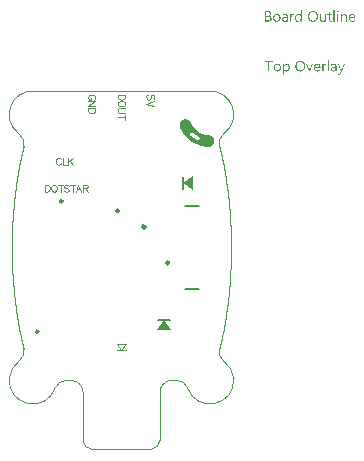
<source format=gto>
G04*
G04 #@! TF.GenerationSoftware,Altium Limited,Altium Designer,21.9.2 (33)*
G04*
G04 Layer_Color=65535*
%FSAX25Y25*%
%MOIN*%
G70*
G04*
G04 #@! TF.SameCoordinates,B38DDDDE-E499-4E20-BA9E-D90CFE60B386*
G04*
G04*
G04 #@! TF.FilePolarity,Positive*
G04*
G01*
G75*
%ADD10C,0.01181*%
%ADD11C,0.00984*%
%ADD12C,0.00787*%
%ADD13C,0.00394*%
G36*
X0072142Y0146274D02*
X0072167D01*
X0072223Y0146249D01*
X0072254Y0146231D01*
X0072285Y0146206D01*
X0072291Y0146200D01*
X0072297Y0146194D01*
X0072328Y0146157D01*
X0072353Y0146095D01*
X0072359Y0146057D01*
X0072365Y0146020D01*
Y0146014D01*
Y0146002D01*
X0072359Y0145983D01*
X0072353Y0145958D01*
X0072334Y0145897D01*
X0072309Y0145866D01*
X0072285Y0145835D01*
X0072278D01*
X0072272Y0145822D01*
X0072235Y0145798D01*
X0072179Y0145773D01*
X0072142Y0145767D01*
X0072105Y0145760D01*
X0072086D01*
X0072068Y0145767D01*
X0072043D01*
X0071981Y0145791D01*
X0071950Y0145804D01*
X0071919Y0145828D01*
Y0145835D01*
X0071907Y0145841D01*
X0071895Y0145860D01*
X0071882Y0145878D01*
X0071857Y0145940D01*
X0071851Y0145977D01*
X0071845Y0146020D01*
Y0146027D01*
Y0146039D01*
X0071851Y0146057D01*
X0071857Y0146089D01*
X0071876Y0146144D01*
X0071895Y0146175D01*
X0071919Y0146206D01*
X0071925Y0146212D01*
X0071932Y0146219D01*
X0071969Y0146243D01*
X0072031Y0146268D01*
X0072068Y0146280D01*
X0072124D01*
X0072142Y0146274D01*
D02*
G37*
G36*
X0060152Y0142610D02*
X0059750D01*
Y0143031D01*
X0059737D01*
Y0143024D01*
X0059725Y0143012D01*
X0059706Y0142987D01*
X0059688Y0142956D01*
X0059657Y0142919D01*
X0059620Y0142882D01*
X0059576Y0142839D01*
X0059527Y0142795D01*
X0059471Y0142746D01*
X0059403Y0142703D01*
X0059335Y0142665D01*
X0059255Y0142628D01*
X0059174Y0142597D01*
X0059081Y0142573D01*
X0058982Y0142560D01*
X0058877Y0142554D01*
X0058834D01*
X0058797Y0142560D01*
X0058759Y0142566D01*
X0058710Y0142573D01*
X0058605Y0142597D01*
X0058481Y0142634D01*
X0058357Y0142696D01*
X0058289Y0142734D01*
X0058233Y0142777D01*
X0058171Y0142833D01*
X0058116Y0142888D01*
Y0142894D01*
X0058103Y0142907D01*
X0058091Y0142925D01*
X0058072Y0142950D01*
X0058054Y0142981D01*
X0058029Y0143024D01*
X0058004Y0143074D01*
X0057979Y0143130D01*
X0057948Y0143192D01*
X0057924Y0143260D01*
X0057899Y0143334D01*
X0057880Y0143414D01*
X0057862Y0143501D01*
X0057849Y0143600D01*
X0057843Y0143699D01*
X0057837Y0143804D01*
Y0143811D01*
Y0143829D01*
Y0143866D01*
X0057843Y0143910D01*
X0057849Y0143959D01*
X0057856Y0144021D01*
X0057862Y0144089D01*
X0057874Y0144163D01*
X0057911Y0144324D01*
X0057967Y0144492D01*
X0058004Y0144572D01*
X0058047Y0144652D01*
X0058091Y0144727D01*
X0058147Y0144801D01*
X0058153Y0144807D01*
X0058159Y0144819D01*
X0058178Y0144838D01*
X0058202Y0144863D01*
X0058233Y0144888D01*
X0058276Y0144919D01*
X0058320Y0144956D01*
X0058369Y0144993D01*
X0058493Y0145061D01*
X0058636Y0145123D01*
X0058716Y0145141D01*
X0058803Y0145160D01*
X0058889Y0145172D01*
X0058988Y0145179D01*
X0059038D01*
X0059075Y0145172D01*
X0059112Y0145166D01*
X0059162Y0145160D01*
X0059273Y0145129D01*
X0059397Y0145080D01*
X0059459Y0145049D01*
X0059521Y0145005D01*
X0059583Y0144962D01*
X0059638Y0144906D01*
X0059688Y0144844D01*
X0059737Y0144770D01*
X0059750D01*
Y0146330D01*
X0060152D01*
Y0142610D01*
D02*
G37*
G36*
X0074420Y0145172D02*
X0074494Y0145166D01*
X0074587Y0145148D01*
X0074686Y0145117D01*
X0074792Y0145067D01*
X0074897Y0144999D01*
X0074940Y0144962D01*
X0074983Y0144912D01*
X0074996Y0144900D01*
X0075020Y0144863D01*
X0075051Y0144801D01*
X0075095Y0144714D01*
X0075132Y0144609D01*
X0075169Y0144479D01*
X0075194Y0144324D01*
X0075200Y0144145D01*
Y0142610D01*
X0074798D01*
Y0144040D01*
Y0144046D01*
Y0144077D01*
X0074792Y0144114D01*
Y0144163D01*
X0074779Y0144225D01*
X0074767Y0144293D01*
X0074748Y0144368D01*
X0074723Y0144442D01*
X0074692Y0144516D01*
X0074655Y0144584D01*
X0074606Y0144652D01*
X0074550Y0144714D01*
X0074488Y0144764D01*
X0074408Y0144801D01*
X0074321Y0144832D01*
X0074216Y0144838D01*
X0074203D01*
X0074166Y0144832D01*
X0074111Y0144826D01*
X0074042Y0144807D01*
X0073962Y0144782D01*
X0073875Y0144739D01*
X0073795Y0144683D01*
X0073714Y0144609D01*
X0073708Y0144597D01*
X0073684Y0144572D01*
X0073652Y0144522D01*
X0073615Y0144454D01*
X0073578Y0144374D01*
X0073547Y0144275D01*
X0073523Y0144163D01*
X0073516Y0144040D01*
Y0142610D01*
X0073114D01*
Y0145123D01*
X0073516D01*
Y0144702D01*
X0073529D01*
X0073535Y0144708D01*
X0073541Y0144720D01*
X0073560Y0144745D01*
X0073584Y0144776D01*
X0073609Y0144813D01*
X0073646Y0144851D01*
X0073690Y0144894D01*
X0073739Y0144943D01*
X0073795Y0144987D01*
X0073857Y0145030D01*
X0073925Y0145067D01*
X0073999Y0145104D01*
X0074073Y0145135D01*
X0074160Y0145160D01*
X0074253Y0145172D01*
X0074352Y0145179D01*
X0074389D01*
X0074420Y0145172D01*
D02*
G37*
G36*
X0057422Y0145160D02*
X0057497Y0145154D01*
X0057540Y0145141D01*
X0057571Y0145129D01*
Y0144714D01*
X0057565Y0144720D01*
X0057552Y0144727D01*
X0057528Y0144739D01*
X0057497Y0144758D01*
X0057453Y0144770D01*
X0057398Y0144782D01*
X0057336Y0144789D01*
X0057268Y0144795D01*
X0057255D01*
X0057224Y0144789D01*
X0057175Y0144782D01*
X0057119Y0144764D01*
X0057045Y0144733D01*
X0056977Y0144690D01*
X0056902Y0144628D01*
X0056834Y0144547D01*
X0056828Y0144535D01*
X0056810Y0144504D01*
X0056779Y0144448D01*
X0056748Y0144374D01*
X0056717Y0144281D01*
X0056686Y0144163D01*
X0056667Y0144033D01*
X0056661Y0143885D01*
Y0142610D01*
X0056259D01*
Y0145123D01*
X0056661D01*
Y0144603D01*
X0056673D01*
Y0144609D01*
X0056679Y0144615D01*
X0056692Y0144646D01*
X0056710Y0144696D01*
X0056741Y0144758D01*
X0056772Y0144819D01*
X0056822Y0144888D01*
X0056871Y0144956D01*
X0056933Y0145018D01*
X0056940Y0145024D01*
X0056964Y0145042D01*
X0057001Y0145067D01*
X0057051Y0145092D01*
X0057107Y0145117D01*
X0057175Y0145141D01*
X0057249Y0145160D01*
X0057329Y0145166D01*
X0057385D01*
X0057422Y0145160D01*
D02*
G37*
G36*
X0068162Y0142610D02*
X0067760D01*
Y0143006D01*
X0067747D01*
Y0143000D01*
X0067735Y0142987D01*
X0067722Y0142963D01*
X0067698Y0142938D01*
X0067642Y0142864D01*
X0067555Y0142783D01*
X0067506Y0142740D01*
X0067450Y0142696D01*
X0067388Y0142659D01*
X0067314Y0142622D01*
X0067240Y0142597D01*
X0067159Y0142573D01*
X0067066Y0142560D01*
X0066974Y0142554D01*
X0066936D01*
X0066893Y0142560D01*
X0066831Y0142573D01*
X0066763Y0142585D01*
X0066689Y0142610D01*
X0066608Y0142641D01*
X0066528Y0142690D01*
X0066441Y0142746D01*
X0066361Y0142814D01*
X0066286Y0142901D01*
X0066218Y0143006D01*
X0066156Y0143123D01*
X0066113Y0143266D01*
X0066088Y0143433D01*
X0066076Y0143520D01*
Y0143619D01*
Y0145123D01*
X0066472D01*
Y0143681D01*
Y0143674D01*
Y0143650D01*
X0066478Y0143606D01*
X0066484Y0143557D01*
X0066491Y0143495D01*
X0066503Y0143433D01*
X0066522Y0143359D01*
X0066546Y0143284D01*
X0066584Y0143210D01*
X0066621Y0143142D01*
X0066670Y0143074D01*
X0066732Y0143012D01*
X0066800Y0142963D01*
X0066881Y0142925D01*
X0066980Y0142894D01*
X0067085Y0142888D01*
X0067097D01*
X0067134Y0142894D01*
X0067190Y0142901D01*
X0067252Y0142913D01*
X0067333Y0142944D01*
X0067413Y0142981D01*
X0067493Y0143031D01*
X0067568Y0143105D01*
X0067574Y0143117D01*
X0067599Y0143142D01*
X0067630Y0143192D01*
X0067667Y0143260D01*
X0067698Y0143340D01*
X0067729Y0143439D01*
X0067753Y0143551D01*
X0067760Y0143674D01*
Y0145123D01*
X0068162D01*
Y0142610D01*
D02*
G37*
G36*
X0072297D02*
X0071895D01*
Y0145123D01*
X0072297D01*
Y0142610D01*
D02*
G37*
G36*
X0071078D02*
X0070675D01*
Y0146330D01*
X0071078D01*
Y0142610D01*
D02*
G37*
G36*
X0054699Y0145172D02*
X0054754Y0145166D01*
X0054822Y0145148D01*
X0054897Y0145129D01*
X0054977Y0145098D01*
X0055064Y0145061D01*
X0055144Y0145011D01*
X0055225Y0144949D01*
X0055299Y0144875D01*
X0055367Y0144782D01*
X0055423Y0144677D01*
X0055466Y0144553D01*
X0055491Y0144411D01*
X0055503Y0144244D01*
Y0142610D01*
X0055101D01*
Y0143000D01*
X0055089D01*
Y0142993D01*
X0055076Y0142981D01*
X0055064Y0142956D01*
X0055039Y0142932D01*
X0054977Y0142857D01*
X0054897Y0142777D01*
X0054785Y0142696D01*
X0054655Y0142622D01*
X0054575Y0142597D01*
X0054495Y0142573D01*
X0054408Y0142560D01*
X0054315Y0142554D01*
X0054278D01*
X0054253Y0142560D01*
X0054185Y0142566D01*
X0054105Y0142579D01*
X0054005Y0142604D01*
X0053913Y0142634D01*
X0053814Y0142684D01*
X0053727Y0142746D01*
X0053721Y0142758D01*
X0053696Y0142783D01*
X0053659Y0142826D01*
X0053622Y0142888D01*
X0053584Y0142963D01*
X0053547Y0143049D01*
X0053523Y0143154D01*
X0053516Y0143272D01*
Y0143278D01*
Y0143303D01*
X0053523Y0143340D01*
X0053529Y0143384D01*
X0053541Y0143439D01*
X0053560Y0143501D01*
X0053584Y0143569D01*
X0053622Y0143637D01*
X0053665Y0143711D01*
X0053721Y0143786D01*
X0053789Y0143854D01*
X0053869Y0143916D01*
X0053962Y0143978D01*
X0054074Y0144027D01*
X0054197Y0144064D01*
X0054346Y0144095D01*
X0055101Y0144201D01*
Y0144207D01*
Y0144225D01*
X0055095Y0144262D01*
Y0144300D01*
X0055082Y0144349D01*
X0055076Y0144405D01*
X0055039Y0144522D01*
X0055008Y0144578D01*
X0054977Y0144634D01*
X0054934Y0144690D01*
X0054884Y0144739D01*
X0054822Y0144782D01*
X0054754Y0144813D01*
X0054674Y0144832D01*
X0054581Y0144838D01*
X0054538D01*
X0054507Y0144832D01*
X0054463D01*
X0054420Y0144819D01*
X0054309Y0144801D01*
X0054185Y0144764D01*
X0054049Y0144708D01*
X0053974Y0144671D01*
X0053906Y0144634D01*
X0053832Y0144584D01*
X0053764Y0144529D01*
Y0144943D01*
X0053770D01*
X0053783Y0144956D01*
X0053801Y0144968D01*
X0053832Y0144981D01*
X0053863Y0144999D01*
X0053906Y0145018D01*
X0053956Y0145036D01*
X0054012Y0145061D01*
X0054135Y0145104D01*
X0054284Y0145141D01*
X0054445Y0145166D01*
X0054618Y0145179D01*
X0054655D01*
X0054699Y0145172D01*
D02*
G37*
G36*
X0049010Y0146119D02*
X0049053D01*
X0049097Y0146113D01*
X0049196Y0146101D01*
X0049313Y0146070D01*
X0049437Y0146033D01*
X0049555Y0145977D01*
X0049660Y0145903D01*
X0049666D01*
X0049672Y0145890D01*
X0049703Y0145866D01*
X0049747Y0145816D01*
X0049796Y0145748D01*
X0049840Y0145661D01*
X0049883Y0145562D01*
X0049914Y0145451D01*
X0049926Y0145389D01*
Y0145321D01*
Y0145315D01*
Y0145308D01*
Y0145271D01*
X0049920Y0145216D01*
X0049908Y0145148D01*
X0049889Y0145061D01*
X0049858Y0144974D01*
X0049821Y0144888D01*
X0049765Y0144801D01*
X0049759Y0144789D01*
X0049734Y0144764D01*
X0049697Y0144727D01*
X0049648Y0144677D01*
X0049586Y0144628D01*
X0049512Y0144572D01*
X0049419Y0144529D01*
X0049320Y0144485D01*
Y0144479D01*
X0049338D01*
X0049357Y0144473D01*
X0049375Y0144467D01*
X0049443Y0144454D01*
X0049524Y0144430D01*
X0049611Y0144392D01*
X0049703Y0144349D01*
X0049796Y0144287D01*
X0049883Y0144207D01*
X0049895Y0144194D01*
X0049920Y0144163D01*
X0049951Y0144120D01*
X0049994Y0144052D01*
X0050032Y0143965D01*
X0050069Y0143866D01*
X0050093Y0143749D01*
X0050100Y0143619D01*
Y0143613D01*
Y0143600D01*
Y0143575D01*
X0050093Y0143544D01*
X0050087Y0143507D01*
X0050081Y0143464D01*
X0050056Y0143359D01*
X0050019Y0143241D01*
X0049963Y0143117D01*
X0049926Y0143062D01*
X0049883Y0143000D01*
X0049827Y0142944D01*
X0049771Y0142888D01*
X0049765D01*
X0049759Y0142876D01*
X0049740Y0142864D01*
X0049716Y0142845D01*
X0049685Y0142826D01*
X0049641Y0142802D01*
X0049549Y0142752D01*
X0049431Y0142696D01*
X0049295Y0142653D01*
X0049134Y0142622D01*
X0049053Y0142616D01*
X0048961Y0142610D01*
X0047933D01*
Y0146126D01*
X0048979D01*
X0049010Y0146119D01*
D02*
G37*
G36*
X0069505Y0145123D02*
X0070143D01*
Y0144776D01*
X0069505D01*
Y0143359D01*
Y0143346D01*
Y0143315D01*
X0069511Y0143272D01*
X0069518Y0143216D01*
X0069542Y0143099D01*
X0069561Y0143043D01*
X0069592Y0143000D01*
X0069598Y0142993D01*
X0069610Y0142981D01*
X0069629Y0142969D01*
X0069660Y0142950D01*
X0069697Y0142925D01*
X0069747Y0142913D01*
X0069809Y0142901D01*
X0069877Y0142894D01*
X0069901D01*
X0069932Y0142901D01*
X0069969Y0142907D01*
X0070056Y0142932D01*
X0070100Y0142950D01*
X0070143Y0142975D01*
Y0142628D01*
X0070137D01*
X0070118Y0142616D01*
X0070087Y0142610D01*
X0070044Y0142597D01*
X0069988Y0142585D01*
X0069926Y0142573D01*
X0069852Y0142566D01*
X0069765Y0142560D01*
X0069734D01*
X0069703Y0142566D01*
X0069660Y0142573D01*
X0069610Y0142585D01*
X0069555Y0142597D01*
X0069499Y0142622D01*
X0069437Y0142653D01*
X0069375Y0142690D01*
X0069313Y0142740D01*
X0069258Y0142795D01*
X0069208Y0142870D01*
X0069165Y0142950D01*
X0069134Y0143049D01*
X0069109Y0143161D01*
X0069103Y0143291D01*
Y0144776D01*
X0068676D01*
Y0145123D01*
X0069103D01*
Y0145736D01*
X0069505Y0145866D01*
Y0145123D01*
D02*
G37*
G36*
X0077032Y0145172D02*
X0077076Y0145166D01*
X0077119Y0145160D01*
X0077230Y0145141D01*
X0077354Y0145098D01*
X0077478Y0145042D01*
X0077540Y0145005D01*
X0077602Y0144962D01*
X0077657Y0144912D01*
X0077713Y0144857D01*
X0077719Y0144851D01*
X0077725Y0144844D01*
X0077738Y0144826D01*
X0077757Y0144801D01*
X0077775Y0144764D01*
X0077800Y0144727D01*
X0077825Y0144683D01*
X0077849Y0144628D01*
X0077874Y0144566D01*
X0077899Y0144504D01*
X0077924Y0144430D01*
X0077942Y0144349D01*
X0077961Y0144262D01*
X0077973Y0144176D01*
X0077986Y0144077D01*
Y0143972D01*
Y0143761D01*
X0076209D01*
Y0143755D01*
Y0143743D01*
Y0143724D01*
X0076215Y0143693D01*
X0076221Y0143656D01*
Y0143619D01*
X0076240Y0143520D01*
X0076271Y0143421D01*
X0076308Y0143309D01*
X0076364Y0143204D01*
X0076432Y0143111D01*
X0076444Y0143099D01*
X0076469Y0143074D01*
X0076518Y0143043D01*
X0076587Y0143000D01*
X0076673Y0142956D01*
X0076772Y0142925D01*
X0076890Y0142901D01*
X0077026Y0142888D01*
X0077069D01*
X0077100Y0142894D01*
X0077138D01*
X0077181Y0142901D01*
X0077286Y0142925D01*
X0077404Y0142956D01*
X0077534Y0143006D01*
X0077670Y0143074D01*
X0077738Y0143117D01*
X0077806Y0143167D01*
Y0142789D01*
X0077800D01*
X0077794Y0142777D01*
X0077775Y0142771D01*
X0077744Y0142752D01*
X0077713Y0142734D01*
X0077676Y0142715D01*
X0077627Y0142696D01*
X0077577Y0142672D01*
X0077515Y0142647D01*
X0077447Y0142628D01*
X0077298Y0142591D01*
X0077125Y0142566D01*
X0076933Y0142554D01*
X0076884D01*
X0076847Y0142560D01*
X0076803Y0142566D01*
X0076748Y0142573D01*
X0076630Y0142597D01*
X0076494Y0142634D01*
X0076358Y0142696D01*
X0076289Y0142740D01*
X0076221Y0142783D01*
X0076160Y0142833D01*
X0076098Y0142894D01*
X0076091Y0142901D01*
X0076085Y0142913D01*
X0076073Y0142932D01*
X0076048Y0142956D01*
X0076029Y0142993D01*
X0076005Y0143037D01*
X0075974Y0143086D01*
X0075949Y0143142D01*
X0075918Y0143204D01*
X0075893Y0143278D01*
X0075862Y0143359D01*
X0075844Y0143445D01*
X0075825Y0143538D01*
X0075807Y0143637D01*
X0075800Y0143743D01*
X0075794Y0143854D01*
Y0143860D01*
Y0143879D01*
Y0143910D01*
X0075800Y0143953D01*
X0075807Y0144002D01*
X0075813Y0144058D01*
X0075819Y0144126D01*
X0075838Y0144194D01*
X0075875Y0144343D01*
X0075930Y0144504D01*
X0075968Y0144584D01*
X0076017Y0144659D01*
X0076067Y0144739D01*
X0076122Y0144807D01*
X0076129Y0144813D01*
X0076141Y0144826D01*
X0076160Y0144844D01*
X0076184Y0144863D01*
X0076215Y0144894D01*
X0076252Y0144925D01*
X0076302Y0144956D01*
X0076351Y0144993D01*
X0076469Y0145061D01*
X0076611Y0145123D01*
X0076692Y0145141D01*
X0076772Y0145160D01*
X0076859Y0145172D01*
X0076952Y0145179D01*
X0077001D01*
X0077032Y0145172D01*
D02*
G37*
G36*
X0063990Y0146181D02*
X0064052Y0146175D01*
X0064126Y0146163D01*
X0064207Y0146144D01*
X0064293Y0146126D01*
X0064380Y0146101D01*
X0064479Y0146070D01*
X0064572Y0146027D01*
X0064671Y0145977D01*
X0064770Y0145921D01*
X0064863Y0145853D01*
X0064956Y0145779D01*
X0065042Y0145692D01*
X0065048Y0145686D01*
X0065061Y0145668D01*
X0065086Y0145643D01*
X0065110Y0145606D01*
X0065148Y0145556D01*
X0065185Y0145494D01*
X0065222Y0145426D01*
X0065265Y0145352D01*
X0065308Y0145259D01*
X0065346Y0145166D01*
X0065383Y0145061D01*
X0065420Y0144943D01*
X0065445Y0144826D01*
X0065469Y0144696D01*
X0065482Y0144553D01*
X0065488Y0144411D01*
Y0144399D01*
Y0144374D01*
Y0144331D01*
X0065482Y0144269D01*
X0065475Y0144194D01*
X0065463Y0144114D01*
X0065451Y0144021D01*
X0065432Y0143916D01*
X0065407Y0143811D01*
X0065377Y0143699D01*
X0065339Y0143588D01*
X0065296Y0143476D01*
X0065240Y0143359D01*
X0065178Y0143254D01*
X0065110Y0143148D01*
X0065030Y0143049D01*
X0065024Y0143043D01*
X0065011Y0143031D01*
X0064980Y0143006D01*
X0064949Y0142975D01*
X0064900Y0142932D01*
X0064844Y0142894D01*
X0064782Y0142845D01*
X0064708Y0142802D01*
X0064627Y0142758D01*
X0064535Y0142709D01*
X0064436Y0142672D01*
X0064324Y0142634D01*
X0064207Y0142597D01*
X0064083Y0142573D01*
X0063953Y0142560D01*
X0063810Y0142554D01*
X0063779D01*
X0063736Y0142560D01*
X0063687D01*
X0063625Y0142566D01*
X0063550Y0142579D01*
X0063470Y0142597D01*
X0063377Y0142616D01*
X0063284Y0142641D01*
X0063185Y0142672D01*
X0063086Y0142715D01*
X0062987Y0142758D01*
X0062888Y0142814D01*
X0062789Y0142882D01*
X0062696Y0142956D01*
X0062610Y0143043D01*
X0062603Y0143049D01*
X0062591Y0143068D01*
X0062566Y0143093D01*
X0062542Y0143130D01*
X0062504Y0143179D01*
X0062467Y0143241D01*
X0062430Y0143309D01*
X0062387Y0143390D01*
X0062343Y0143476D01*
X0062306Y0143569D01*
X0062269Y0143674D01*
X0062232Y0143792D01*
X0062207Y0143910D01*
X0062182Y0144040D01*
X0062170Y0144182D01*
X0062164Y0144324D01*
Y0144337D01*
Y0144361D01*
X0062170Y0144405D01*
Y0144467D01*
X0062176Y0144535D01*
X0062189Y0144622D01*
X0062201Y0144714D01*
X0062220Y0144813D01*
X0062244Y0144919D01*
X0062275Y0145030D01*
X0062312Y0145141D01*
X0062356Y0145253D01*
X0062411Y0145364D01*
X0062473Y0145476D01*
X0062542Y0145581D01*
X0062622Y0145680D01*
X0062628Y0145686D01*
X0062641Y0145705D01*
X0062672Y0145729D01*
X0062709Y0145760D01*
X0062752Y0145798D01*
X0062808Y0145841D01*
X0062876Y0145884D01*
X0062950Y0145934D01*
X0063037Y0145983D01*
X0063130Y0146027D01*
X0063228Y0146070D01*
X0063340Y0146107D01*
X0063464Y0146138D01*
X0063594Y0146169D01*
X0063730Y0146181D01*
X0063872Y0146187D01*
X0063940D01*
X0063990Y0146181D01*
D02*
G37*
G36*
X0051963Y0145172D02*
X0052006Y0145166D01*
X0052062Y0145160D01*
X0052186Y0145135D01*
X0052328Y0145092D01*
X0052470Y0145030D01*
X0052545Y0144993D01*
X0052613Y0144949D01*
X0052681Y0144894D01*
X0052743Y0144832D01*
X0052749Y0144826D01*
X0052755Y0144813D01*
X0052774Y0144795D01*
X0052792Y0144770D01*
X0052817Y0144733D01*
X0052842Y0144690D01*
X0052873Y0144640D01*
X0052904Y0144584D01*
X0052928Y0144516D01*
X0052959Y0144448D01*
X0052984Y0144368D01*
X0053009Y0144281D01*
X0053027Y0144188D01*
X0053046Y0144089D01*
X0053052Y0143984D01*
X0053058Y0143872D01*
Y0143866D01*
Y0143848D01*
Y0143817D01*
X0053052Y0143773D01*
X0053046Y0143724D01*
X0053040Y0143662D01*
X0053027Y0143600D01*
X0053015Y0143526D01*
X0052978Y0143377D01*
X0052916Y0143216D01*
X0052879Y0143136D01*
X0052829Y0143055D01*
X0052780Y0142981D01*
X0052718Y0142913D01*
X0052712Y0142907D01*
X0052699Y0142901D01*
X0052681Y0142882D01*
X0052656Y0142857D01*
X0052619Y0142833D01*
X0052582Y0142802D01*
X0052532Y0142764D01*
X0052477Y0142734D01*
X0052415Y0142703D01*
X0052346Y0142665D01*
X0052272Y0142634D01*
X0052192Y0142610D01*
X0052105Y0142585D01*
X0052012Y0142573D01*
X0051913Y0142560D01*
X0051808Y0142554D01*
X0051752D01*
X0051715Y0142560D01*
X0051672Y0142566D01*
X0051616Y0142573D01*
X0051554Y0142585D01*
X0051486Y0142597D01*
X0051344Y0142641D01*
X0051195Y0142703D01*
X0051121Y0142740D01*
X0051053Y0142789D01*
X0050985Y0142839D01*
X0050917Y0142901D01*
X0050910Y0142907D01*
X0050904Y0142919D01*
X0050886Y0142938D01*
X0050867Y0142963D01*
X0050842Y0143000D01*
X0050811Y0143043D01*
X0050780Y0143093D01*
X0050756Y0143148D01*
X0050725Y0143216D01*
X0050694Y0143284D01*
X0050663Y0143359D01*
X0050638Y0143445D01*
X0050601Y0143631D01*
X0050595Y0143730D01*
X0050589Y0143835D01*
Y0143842D01*
Y0143866D01*
Y0143897D01*
X0050595Y0143941D01*
X0050601Y0143990D01*
X0050607Y0144052D01*
X0050620Y0144120D01*
X0050632Y0144194D01*
X0050669Y0144355D01*
X0050731Y0144516D01*
X0050774Y0144597D01*
X0050818Y0144677D01*
X0050867Y0144751D01*
X0050929Y0144819D01*
X0050935Y0144826D01*
X0050948Y0144838D01*
X0050966Y0144851D01*
X0050991Y0144875D01*
X0051028Y0144900D01*
X0051071Y0144931D01*
X0051121Y0144968D01*
X0051177Y0144999D01*
X0051239Y0145030D01*
X0051313Y0145067D01*
X0051387Y0145098D01*
X0051474Y0145123D01*
X0051560Y0145148D01*
X0051659Y0145166D01*
X0051765Y0145172D01*
X0051870Y0145179D01*
X0051926D01*
X0051963Y0145172D01*
D02*
G37*
G36*
X0055175Y0128582D02*
X0055219Y0128576D01*
X0055262Y0128570D01*
X0055373Y0128545D01*
X0055497Y0128508D01*
X0055621Y0128446D01*
X0055683Y0128409D01*
X0055745Y0128360D01*
X0055800Y0128310D01*
X0055856Y0128248D01*
X0055862Y0128242D01*
X0055869Y0128236D01*
X0055881Y0128211D01*
X0055900Y0128186D01*
X0055918Y0128155D01*
X0055943Y0128112D01*
X0055968Y0128062D01*
X0055992Y0128013D01*
X0056017Y0127951D01*
X0056042Y0127883D01*
X0056067Y0127809D01*
X0056085Y0127728D01*
X0056116Y0127549D01*
X0056129Y0127450D01*
Y0127344D01*
Y0127338D01*
Y0127320D01*
Y0127283D01*
X0056122Y0127239D01*
Y0127190D01*
X0056110Y0127128D01*
X0056104Y0127060D01*
X0056091Y0126985D01*
X0056054Y0126824D01*
X0055999Y0126657D01*
X0055962Y0126577D01*
X0055924Y0126496D01*
X0055875Y0126416D01*
X0055819Y0126342D01*
X0055813Y0126335D01*
X0055807Y0126323D01*
X0055788Y0126304D01*
X0055763Y0126286D01*
X0055733Y0126255D01*
X0055695Y0126224D01*
X0055652Y0126187D01*
X0055603Y0126156D01*
X0055547Y0126119D01*
X0055485Y0126082D01*
X0055336Y0126026D01*
X0055256Y0126001D01*
X0055175Y0125983D01*
X0055082Y0125970D01*
X0054984Y0125964D01*
X0054934D01*
X0054903Y0125970D01*
X0054860Y0125976D01*
X0054816Y0125989D01*
X0054705Y0126014D01*
X0054587Y0126063D01*
X0054519Y0126100D01*
X0054457Y0126137D01*
X0054395Y0126187D01*
X0054340Y0126243D01*
X0054278Y0126304D01*
X0054228Y0126379D01*
X0054216D01*
Y0124868D01*
X0053814D01*
Y0128533D01*
X0054216D01*
Y0128087D01*
X0054228D01*
X0054234Y0128093D01*
X0054241Y0128112D01*
X0054259Y0128137D01*
X0054284Y0128168D01*
X0054315Y0128205D01*
X0054352Y0128248D01*
X0054395Y0128291D01*
X0054451Y0128341D01*
X0054507Y0128384D01*
X0054569Y0128428D01*
X0054643Y0128471D01*
X0054717Y0128508D01*
X0054804Y0128545D01*
X0054897Y0128570D01*
X0054990Y0128582D01*
X0055095Y0128589D01*
X0055144D01*
X0055175Y0128582D01*
D02*
G37*
G36*
X0068131Y0128570D02*
X0068205Y0128564D01*
X0068249Y0128551D01*
X0068280Y0128539D01*
Y0128124D01*
X0068273Y0128130D01*
X0068261Y0128137D01*
X0068236Y0128149D01*
X0068205Y0128168D01*
X0068162Y0128180D01*
X0068106Y0128192D01*
X0068044Y0128199D01*
X0067976Y0128205D01*
X0067964D01*
X0067933Y0128199D01*
X0067883Y0128192D01*
X0067828Y0128174D01*
X0067753Y0128143D01*
X0067685Y0128100D01*
X0067611Y0128038D01*
X0067543Y0127957D01*
X0067537Y0127945D01*
X0067518Y0127914D01*
X0067487Y0127858D01*
X0067456Y0127784D01*
X0067425Y0127691D01*
X0067394Y0127573D01*
X0067376Y0127444D01*
X0067370Y0127295D01*
Y0126020D01*
X0066967D01*
Y0128533D01*
X0067370D01*
Y0128013D01*
X0067382D01*
Y0128019D01*
X0067388Y0128025D01*
X0067401Y0128056D01*
X0067419Y0128106D01*
X0067450Y0128168D01*
X0067481Y0128230D01*
X0067531Y0128298D01*
X0067580Y0128366D01*
X0067642Y0128428D01*
X0067648Y0128434D01*
X0067673Y0128452D01*
X0067710Y0128477D01*
X0067760Y0128502D01*
X0067815Y0128527D01*
X0067883Y0128551D01*
X0067958Y0128570D01*
X0068038Y0128576D01*
X0068094D01*
X0068131Y0128570D01*
D02*
G37*
G36*
X0073337Y0125617D02*
X0073331Y0125611D01*
X0073324Y0125586D01*
X0073306Y0125543D01*
X0073281Y0125494D01*
X0073250Y0125438D01*
X0073207Y0125370D01*
X0073163Y0125302D01*
X0073114Y0125227D01*
X0073052Y0125153D01*
X0072990Y0125085D01*
X0072916Y0125017D01*
X0072835Y0124961D01*
X0072755Y0124912D01*
X0072662Y0124868D01*
X0072569Y0124844D01*
X0072464Y0124838D01*
X0072408D01*
X0072371Y0124844D01*
X0072291Y0124856D01*
X0072204Y0124875D01*
Y0125234D01*
X0072210D01*
X0072229Y0125227D01*
X0072254Y0125221D01*
X0072285Y0125215D01*
X0072359Y0125197D01*
X0072439Y0125190D01*
X0072452D01*
X0072489Y0125197D01*
X0072544Y0125209D01*
X0072613Y0125234D01*
X0072687Y0125277D01*
X0072724Y0125308D01*
X0072761Y0125345D01*
X0072798Y0125382D01*
X0072835Y0125432D01*
X0072866Y0125487D01*
X0072897Y0125549D01*
X0073102Y0126020D01*
X0072117Y0128533D01*
X0072563D01*
X0073244Y0126595D01*
Y0126589D01*
X0073250Y0126577D01*
X0073256Y0126558D01*
X0073263Y0126533D01*
X0073269Y0126496D01*
X0073281Y0126459D01*
X0073294Y0126403D01*
X0073312D01*
Y0126416D01*
X0073324Y0126453D01*
X0073337Y0126509D01*
X0073362Y0126589D01*
X0074073Y0128533D01*
X0074488D01*
X0073337Y0125617D01*
D02*
G37*
G36*
X0062907Y0126020D02*
X0062511D01*
X0061557Y0128533D01*
X0061997D01*
X0062641Y0126707D01*
X0062647Y0126701D01*
X0062653Y0126676D01*
X0062665Y0126633D01*
X0062678Y0126589D01*
X0062690Y0126533D01*
X0062709Y0126472D01*
X0062727Y0126354D01*
X0062733D01*
Y0126360D01*
X0062739Y0126385D01*
X0062746Y0126422D01*
X0062752Y0126465D01*
X0062764Y0126521D01*
X0062777Y0126577D01*
X0062814Y0126695D01*
X0063482Y0128533D01*
X0063903D01*
X0062907Y0126020D01*
D02*
G37*
G36*
X0070929Y0128582D02*
X0070985Y0128576D01*
X0071053Y0128558D01*
X0071127Y0128539D01*
X0071207Y0128508D01*
X0071294Y0128471D01*
X0071375Y0128421D01*
X0071455Y0128360D01*
X0071529Y0128285D01*
X0071597Y0128192D01*
X0071653Y0128087D01*
X0071697Y0127963D01*
X0071721Y0127821D01*
X0071734Y0127654D01*
Y0126020D01*
X0071331D01*
Y0126410D01*
X0071319D01*
Y0126403D01*
X0071307Y0126391D01*
X0071294Y0126366D01*
X0071269Y0126342D01*
X0071207Y0126267D01*
X0071127Y0126187D01*
X0071016Y0126106D01*
X0070886Y0126032D01*
X0070805Y0126007D01*
X0070725Y0125983D01*
X0070638Y0125970D01*
X0070545Y0125964D01*
X0070508D01*
X0070483Y0125970D01*
X0070415Y0125976D01*
X0070335Y0125989D01*
X0070236Y0126014D01*
X0070143Y0126044D01*
X0070044Y0126094D01*
X0069957Y0126156D01*
X0069951Y0126168D01*
X0069926Y0126193D01*
X0069889Y0126236D01*
X0069852Y0126298D01*
X0069815Y0126373D01*
X0069778Y0126459D01*
X0069753Y0126565D01*
X0069747Y0126682D01*
Y0126688D01*
Y0126713D01*
X0069753Y0126750D01*
X0069759Y0126794D01*
X0069771Y0126849D01*
X0069790Y0126911D01*
X0069815Y0126979D01*
X0069852Y0127047D01*
X0069895Y0127122D01*
X0069951Y0127196D01*
X0070019Y0127264D01*
X0070100Y0127326D01*
X0070192Y0127388D01*
X0070304Y0127437D01*
X0070428Y0127474D01*
X0070576Y0127505D01*
X0071331Y0127611D01*
Y0127617D01*
Y0127635D01*
X0071325Y0127673D01*
Y0127710D01*
X0071313Y0127759D01*
X0071307Y0127815D01*
X0071269Y0127933D01*
X0071238Y0127988D01*
X0071207Y0128044D01*
X0071164Y0128100D01*
X0071115Y0128149D01*
X0071053Y0128192D01*
X0070985Y0128223D01*
X0070904Y0128242D01*
X0070811Y0128248D01*
X0070768D01*
X0070737Y0128242D01*
X0070694D01*
X0070650Y0128230D01*
X0070539Y0128211D01*
X0070415Y0128174D01*
X0070279Y0128118D01*
X0070205Y0128081D01*
X0070137Y0128044D01*
X0070062Y0127994D01*
X0069994Y0127939D01*
Y0128353D01*
X0070000D01*
X0070013Y0128366D01*
X0070031Y0128378D01*
X0070062Y0128391D01*
X0070093Y0128409D01*
X0070137Y0128428D01*
X0070186Y0128446D01*
X0070242Y0128471D01*
X0070366Y0128514D01*
X0070514Y0128551D01*
X0070675Y0128576D01*
X0070848Y0128589D01*
X0070886D01*
X0070929Y0128582D01*
D02*
G37*
G36*
X0069115Y0126020D02*
X0068713D01*
Y0129740D01*
X0069115D01*
Y0126020D01*
D02*
G37*
G36*
X0050372Y0129164D02*
X0049357D01*
Y0126020D01*
X0048948D01*
Y0129164D01*
X0047933D01*
Y0129536D01*
X0050372D01*
Y0129164D01*
D02*
G37*
G36*
X0065407Y0128582D02*
X0065451Y0128576D01*
X0065494Y0128570D01*
X0065605Y0128551D01*
X0065729Y0128508D01*
X0065853Y0128452D01*
X0065915Y0128415D01*
X0065977Y0128372D01*
X0066033Y0128322D01*
X0066088Y0128267D01*
X0066094Y0128261D01*
X0066101Y0128254D01*
X0066113Y0128236D01*
X0066132Y0128211D01*
X0066150Y0128174D01*
X0066175Y0128137D01*
X0066200Y0128093D01*
X0066224Y0128038D01*
X0066249Y0127976D01*
X0066274Y0127914D01*
X0066299Y0127840D01*
X0066317Y0127759D01*
X0066336Y0127673D01*
X0066348Y0127586D01*
X0066361Y0127487D01*
Y0127382D01*
Y0127171D01*
X0064584D01*
Y0127165D01*
Y0127153D01*
Y0127134D01*
X0064590Y0127103D01*
X0064596Y0127066D01*
Y0127029D01*
X0064615Y0126930D01*
X0064646Y0126831D01*
X0064683Y0126719D01*
X0064739Y0126614D01*
X0064807Y0126521D01*
X0064819Y0126509D01*
X0064844Y0126484D01*
X0064894Y0126453D01*
X0064962Y0126410D01*
X0065048Y0126366D01*
X0065148Y0126335D01*
X0065265Y0126311D01*
X0065401Y0126298D01*
X0065445D01*
X0065475Y0126304D01*
X0065513D01*
X0065556Y0126311D01*
X0065661Y0126335D01*
X0065779Y0126366D01*
X0065909Y0126416D01*
X0066045Y0126484D01*
X0066113Y0126527D01*
X0066181Y0126577D01*
Y0126199D01*
X0066175D01*
X0066169Y0126187D01*
X0066150Y0126181D01*
X0066119Y0126162D01*
X0066088Y0126144D01*
X0066051Y0126125D01*
X0066002Y0126106D01*
X0065952Y0126082D01*
X0065890Y0126057D01*
X0065822Y0126038D01*
X0065674Y0126001D01*
X0065500Y0125976D01*
X0065308Y0125964D01*
X0065259D01*
X0065222Y0125970D01*
X0065178Y0125976D01*
X0065123Y0125983D01*
X0065005Y0126007D01*
X0064869Y0126044D01*
X0064733Y0126106D01*
X0064665Y0126150D01*
X0064596Y0126193D01*
X0064535Y0126243D01*
X0064473Y0126304D01*
X0064467Y0126311D01*
X0064460Y0126323D01*
X0064448Y0126342D01*
X0064423Y0126366D01*
X0064405Y0126403D01*
X0064380Y0126447D01*
X0064349Y0126496D01*
X0064324Y0126552D01*
X0064293Y0126614D01*
X0064268Y0126688D01*
X0064237Y0126769D01*
X0064219Y0126855D01*
X0064200Y0126948D01*
X0064182Y0127047D01*
X0064176Y0127153D01*
X0064169Y0127264D01*
Y0127270D01*
Y0127289D01*
Y0127320D01*
X0064176Y0127363D01*
X0064182Y0127412D01*
X0064188Y0127468D01*
X0064194Y0127536D01*
X0064213Y0127604D01*
X0064250Y0127753D01*
X0064306Y0127914D01*
X0064343Y0127994D01*
X0064392Y0128069D01*
X0064442Y0128149D01*
X0064498Y0128217D01*
X0064504Y0128223D01*
X0064516Y0128236D01*
X0064535Y0128254D01*
X0064559Y0128273D01*
X0064590Y0128304D01*
X0064627Y0128335D01*
X0064677Y0128366D01*
X0064727Y0128403D01*
X0064844Y0128471D01*
X0064986Y0128533D01*
X0065067Y0128551D01*
X0065148Y0128570D01*
X0065234Y0128582D01*
X0065327Y0128589D01*
X0065377D01*
X0065407Y0128582D01*
D02*
G37*
G36*
X0059793Y0129591D02*
X0059855Y0129585D01*
X0059929Y0129573D01*
X0060010Y0129554D01*
X0060096Y0129536D01*
X0060183Y0129511D01*
X0060282Y0129480D01*
X0060375Y0129437D01*
X0060474Y0129387D01*
X0060573Y0129331D01*
X0060666Y0129263D01*
X0060759Y0129189D01*
X0060845Y0129102D01*
X0060852Y0129096D01*
X0060864Y0129078D01*
X0060889Y0129053D01*
X0060913Y0129016D01*
X0060951Y0128966D01*
X0060988Y0128904D01*
X0061025Y0128836D01*
X0061068Y0128762D01*
X0061112Y0128669D01*
X0061149Y0128576D01*
X0061186Y0128471D01*
X0061223Y0128353D01*
X0061248Y0128236D01*
X0061273Y0128106D01*
X0061285Y0127963D01*
X0061291Y0127821D01*
Y0127809D01*
Y0127784D01*
Y0127741D01*
X0061285Y0127679D01*
X0061279Y0127604D01*
X0061266Y0127524D01*
X0061254Y0127431D01*
X0061235Y0127326D01*
X0061211Y0127221D01*
X0061180Y0127109D01*
X0061142Y0126998D01*
X0061099Y0126886D01*
X0061044Y0126769D01*
X0060982Y0126663D01*
X0060913Y0126558D01*
X0060833Y0126459D01*
X0060827Y0126453D01*
X0060814Y0126441D01*
X0060783Y0126416D01*
X0060752Y0126385D01*
X0060703Y0126342D01*
X0060647Y0126304D01*
X0060585Y0126255D01*
X0060511Y0126212D01*
X0060431Y0126168D01*
X0060338Y0126119D01*
X0060239Y0126082D01*
X0060127Y0126044D01*
X0060010Y0126007D01*
X0059886Y0125983D01*
X0059756Y0125970D01*
X0059614Y0125964D01*
X0059583D01*
X0059539Y0125970D01*
X0059490D01*
X0059428Y0125976D01*
X0059354Y0125989D01*
X0059273Y0126007D01*
X0059180Y0126026D01*
X0059087Y0126051D01*
X0058988Y0126082D01*
X0058889Y0126125D01*
X0058790Y0126168D01*
X0058691Y0126224D01*
X0058592Y0126292D01*
X0058499Y0126366D01*
X0058413Y0126453D01*
X0058407Y0126459D01*
X0058394Y0126478D01*
X0058369Y0126503D01*
X0058345Y0126540D01*
X0058307Y0126589D01*
X0058270Y0126651D01*
X0058233Y0126719D01*
X0058190Y0126800D01*
X0058147Y0126886D01*
X0058109Y0126979D01*
X0058072Y0127084D01*
X0058035Y0127202D01*
X0058010Y0127320D01*
X0057986Y0127450D01*
X0057973Y0127592D01*
X0057967Y0127734D01*
Y0127747D01*
Y0127771D01*
X0057973Y0127815D01*
Y0127877D01*
X0057979Y0127945D01*
X0057992Y0128032D01*
X0058004Y0128124D01*
X0058023Y0128223D01*
X0058047Y0128329D01*
X0058078Y0128440D01*
X0058116Y0128551D01*
X0058159Y0128663D01*
X0058215Y0128774D01*
X0058276Y0128886D01*
X0058345Y0128991D01*
X0058425Y0129090D01*
X0058431Y0129096D01*
X0058444Y0129115D01*
X0058475Y0129139D01*
X0058512Y0129171D01*
X0058555Y0129208D01*
X0058611Y0129251D01*
X0058679Y0129294D01*
X0058753Y0129344D01*
X0058840Y0129393D01*
X0058933Y0129437D01*
X0059032Y0129480D01*
X0059143Y0129517D01*
X0059267Y0129548D01*
X0059397Y0129579D01*
X0059533Y0129591D01*
X0059676Y0129598D01*
X0059744D01*
X0059793Y0129591D01*
D02*
G37*
G36*
X0052074Y0128582D02*
X0052118Y0128576D01*
X0052173Y0128570D01*
X0052297Y0128545D01*
X0052439Y0128502D01*
X0052582Y0128440D01*
X0052656Y0128403D01*
X0052724Y0128360D01*
X0052792Y0128304D01*
X0052854Y0128242D01*
X0052860Y0128236D01*
X0052867Y0128223D01*
X0052885Y0128205D01*
X0052904Y0128180D01*
X0052928Y0128143D01*
X0052953Y0128100D01*
X0052984Y0128050D01*
X0053015Y0127994D01*
X0053040Y0127926D01*
X0053071Y0127858D01*
X0053096Y0127778D01*
X0053120Y0127691D01*
X0053139Y0127598D01*
X0053157Y0127499D01*
X0053164Y0127394D01*
X0053170Y0127283D01*
Y0127276D01*
Y0127258D01*
Y0127227D01*
X0053164Y0127183D01*
X0053157Y0127134D01*
X0053151Y0127072D01*
X0053139Y0127010D01*
X0053127Y0126936D01*
X0053089Y0126787D01*
X0053027Y0126626D01*
X0052990Y0126546D01*
X0052941Y0126465D01*
X0052891Y0126391D01*
X0052829Y0126323D01*
X0052823Y0126317D01*
X0052811Y0126311D01*
X0052792Y0126292D01*
X0052767Y0126267D01*
X0052730Y0126243D01*
X0052693Y0126212D01*
X0052644Y0126174D01*
X0052588Y0126144D01*
X0052526Y0126113D01*
X0052458Y0126075D01*
X0052384Y0126044D01*
X0052303Y0126020D01*
X0052217Y0125995D01*
X0052124Y0125983D01*
X0052025Y0125970D01*
X0051919Y0125964D01*
X0051864D01*
X0051827Y0125970D01*
X0051783Y0125976D01*
X0051727Y0125983D01*
X0051666Y0125995D01*
X0051597Y0126007D01*
X0051455Y0126051D01*
X0051307Y0126113D01*
X0051232Y0126150D01*
X0051164Y0126199D01*
X0051096Y0126249D01*
X0051028Y0126311D01*
X0051022Y0126317D01*
X0051016Y0126329D01*
X0050997Y0126348D01*
X0050978Y0126373D01*
X0050954Y0126410D01*
X0050923Y0126453D01*
X0050892Y0126503D01*
X0050867Y0126558D01*
X0050836Y0126626D01*
X0050805Y0126695D01*
X0050774Y0126769D01*
X0050749Y0126855D01*
X0050712Y0127041D01*
X0050706Y0127140D01*
X0050700Y0127245D01*
Y0127252D01*
Y0127276D01*
Y0127307D01*
X0050706Y0127351D01*
X0050712Y0127400D01*
X0050719Y0127462D01*
X0050731Y0127530D01*
X0050743Y0127604D01*
X0050780Y0127765D01*
X0050842Y0127926D01*
X0050886Y0128007D01*
X0050929Y0128087D01*
X0050978Y0128162D01*
X0051040Y0128230D01*
X0051047Y0128236D01*
X0051059Y0128248D01*
X0051078Y0128261D01*
X0051102Y0128285D01*
X0051139Y0128310D01*
X0051183Y0128341D01*
X0051232Y0128378D01*
X0051288Y0128409D01*
X0051350Y0128440D01*
X0051424Y0128477D01*
X0051499Y0128508D01*
X0051585Y0128533D01*
X0051672Y0128558D01*
X0051771Y0128576D01*
X0051876Y0128582D01*
X0051981Y0128589D01*
X0052037D01*
X0052074Y0128582D01*
D02*
G37*
G36*
X0021525Y0110043D02*
X0021642Y0110031D01*
X0021758Y0110013D01*
X0021872Y0109987D01*
X0021985Y0109955D01*
X0022096Y0109916D01*
X0022204Y0109871D01*
X0022309Y0109818D01*
X0022411Y0109760D01*
X0022509Y0109696D01*
X0022603Y0109625D01*
X0022693Y0109550D01*
X0022778Y0109469D01*
X0022858Y0109383D01*
X0022932Y0109292D01*
X0023001Y0109197D01*
X0023065Y0109098D01*
X0023122Y0108995D01*
X0023172Y0108889D01*
X0023179Y0108874D01*
X0023179Y0108874D01*
X0023260Y0108691D01*
X0023359Y0108488D01*
X0023464Y0108288D01*
X0023577Y0108091D01*
X0023695Y0107898D01*
X0023820Y0107710D01*
X0023951Y0107525D01*
X0024087Y0107344D01*
X0024230Y0107169D01*
X0024378Y0106998D01*
X0024532Y0106832D01*
X0024691Y0106671D01*
X0024856Y0106515D01*
X0025025Y0106365D01*
X0025199Y0106221D01*
X0025378Y0106082D01*
X0025561Y0105949D01*
X0025749Y0105822D01*
X0025940Y0105702D01*
X0026135Y0105588D01*
X0026334Y0105480D01*
X0026537Y0105379D01*
X0026743Y0105284D01*
X0026951Y0105196D01*
X0027162Y0105115D01*
X0027376Y0105042D01*
X0027593Y0104975D01*
X0027811Y0104915D01*
X0028031Y0104862D01*
X0028253Y0104817D01*
X0028476Y0104779D01*
X0028700Y0104748D01*
X0028925Y0104725D01*
X0029147Y0104709D01*
X0029147Y0104709D01*
X0029171Y0104708D01*
X0029288Y0104697D01*
X0029404Y0104678D01*
X0029518Y0104653D01*
X0029631Y0104621D01*
X0029742Y0104582D01*
X0029850Y0104536D01*
X0029955Y0104484D01*
X0030057Y0104426D01*
X0030155Y0104361D01*
X0030250Y0104291D01*
X0030339Y0104215D01*
X0030424Y0104134D01*
X0030504Y0104048D01*
X0030579Y0103957D01*
X0030647Y0103863D01*
X0030711Y0103763D01*
X0030768Y0103661D01*
X0030818Y0103555D01*
X0030862Y0103446D01*
X0030900Y0103335D01*
X0030931Y0103222D01*
X0030955Y0103107D01*
X0030971Y0102991D01*
X0030981Y0102874D01*
X0030984Y0102756D01*
X0030980Y0102639D01*
X0030968Y0102522D01*
X0030950Y0102406D01*
X0030924Y0102292D01*
X0030892Y0102179D01*
X0030853Y0102068D01*
X0030808Y0101960D01*
X0030755Y0101855D01*
X0030697Y0101753D01*
X0030633Y0101655D01*
X0030562Y0101560D01*
X0030487Y0101471D01*
X0030406Y0101386D01*
X0030320Y0101306D01*
X0030229Y0101231D01*
X0030134Y0101163D01*
X0030035Y0101099D01*
X0029932Y0101042D01*
X0029826Y0100992D01*
X0029718Y0100948D01*
X0029606Y0100910D01*
X0029493Y0100879D01*
X0029378Y0100855D01*
X0029262Y0100838D01*
X0029145Y0100829D01*
X0029028Y0100826D01*
X0028934Y0100829D01*
X0028934Y0100830D01*
X0028781Y0100838D01*
X0028489Y0100862D01*
X0028198Y0100894D01*
X0027909Y0100934D01*
X0027620Y0100982D01*
X0027333Y0101038D01*
X0027047Y0101101D01*
X0026763Y0101172D01*
X0026482Y0101251D01*
X0026202Y0101337D01*
X0025925Y0101431D01*
X0025651Y0101532D01*
X0025379Y0101641D01*
X0025111Y0101757D01*
X0024845Y0101880D01*
X0024583Y0102010D01*
X0024325Y0102148D01*
X0024071Y0102292D01*
X0023820Y0102443D01*
X0023574Y0102601D01*
X0023332Y0102766D01*
X0023095Y0102937D01*
X0022862Y0103114D01*
X0022634Y0103298D01*
X0022412Y0103488D01*
X0022194Y0103683D01*
X0021982Y0103885D01*
X0021776Y0104092D01*
X0021575Y0104305D01*
X0021380Y0104523D01*
X0021191Y0104746D01*
X0021008Y0104974D01*
X0020831Y0105207D01*
X0020661Y0105445D01*
X0020497Y0105687D01*
X0020340Y0105934D01*
X0020189Y0106185D01*
X0020046Y0106440D01*
X0019909Y0106699D01*
X0019780Y0106961D01*
X0019657Y0107227D01*
X0019611Y0107334D01*
X0019611Y0107334D01*
X0019573Y0107427D01*
X0019535Y0107538D01*
X0019505Y0107651D01*
X0019481Y0107766D01*
X0019464Y0107882D01*
X0019454Y0107999D01*
X0019451Y0108117D01*
X0019456Y0108234D01*
X0019467Y0108351D01*
X0019486Y0108467D01*
X0019511Y0108581D01*
X0019543Y0108694D01*
X0019582Y0108805D01*
X0019628Y0108913D01*
X0019680Y0109018D01*
X0019738Y0109120D01*
X0019803Y0109218D01*
X0019873Y0109312D01*
X0019949Y0109402D01*
X0020030Y0109487D01*
X0020116Y0109567D01*
X0020207Y0109642D01*
X0020301Y0109711D01*
X0020401Y0109774D01*
X0020503Y0109830D01*
X0020609Y0109881D01*
X0020718Y0109925D01*
X0020829Y0109963D01*
X0020942Y0109994D01*
X0021057Y0110018D01*
X0021173Y0110035D01*
X0021290Y0110044D01*
X0021408Y0110047D01*
X0021525Y0110043D01*
D02*
G37*
G36*
X0023795Y0086417D02*
X0020646Y0088779D01*
X0023795Y0091142D01*
Y0086417D01*
D02*
G37*
G36*
X0016437Y0039852D02*
X0011713D01*
X0014075Y0043001D01*
X0016437Y0039852D01*
D02*
G37*
%LPC*%
G36*
X0059038Y0144838D02*
X0059001D01*
X0058976Y0144832D01*
X0058908Y0144826D01*
X0058828Y0144807D01*
X0058735Y0144770D01*
X0058636Y0144720D01*
X0058543Y0144659D01*
X0058499Y0144615D01*
X0058456Y0144566D01*
X0058450Y0144553D01*
X0058425Y0144516D01*
X0058388Y0144454D01*
X0058351Y0144374D01*
X0058314Y0144269D01*
X0058276Y0144139D01*
X0058252Y0143990D01*
X0058246Y0143823D01*
Y0143817D01*
Y0143804D01*
Y0143780D01*
X0058252Y0143749D01*
Y0143718D01*
X0058258Y0143674D01*
X0058270Y0143575D01*
X0058295Y0143464D01*
X0058332Y0143352D01*
X0058382Y0143241D01*
X0058450Y0143136D01*
X0058462Y0143123D01*
X0058487Y0143099D01*
X0058530Y0143055D01*
X0058592Y0143012D01*
X0058673Y0142969D01*
X0058766Y0142925D01*
X0058871Y0142901D01*
X0058995Y0142888D01*
X0059026D01*
X0059050Y0142894D01*
X0059112Y0142901D01*
X0059187Y0142919D01*
X0059273Y0142950D01*
X0059366Y0142987D01*
X0059453Y0143049D01*
X0059539Y0143130D01*
X0059545Y0143142D01*
X0059570Y0143173D01*
X0059607Y0143229D01*
X0059645Y0143297D01*
X0059682Y0143384D01*
X0059719Y0143489D01*
X0059744Y0143613D01*
X0059750Y0143743D01*
Y0144114D01*
Y0144120D01*
Y0144126D01*
Y0144163D01*
X0059737Y0144219D01*
X0059725Y0144293D01*
X0059700Y0144374D01*
X0059663Y0144460D01*
X0059614Y0144547D01*
X0059545Y0144628D01*
X0059539Y0144634D01*
X0059508Y0144659D01*
X0059465Y0144696D01*
X0059409Y0144733D01*
X0059335Y0144770D01*
X0059248Y0144807D01*
X0059149Y0144832D01*
X0059038Y0144838D01*
D02*
G37*
G36*
X0055101Y0143879D02*
X0054495Y0143792D01*
X0054482D01*
X0054451Y0143786D01*
X0054402Y0143773D01*
X0054340Y0143761D01*
X0054272Y0143743D01*
X0054197Y0143718D01*
X0054135Y0143693D01*
X0054074Y0143656D01*
X0054067Y0143650D01*
X0054049Y0143637D01*
X0054030Y0143613D01*
X0054005Y0143575D01*
X0053974Y0143526D01*
X0053956Y0143464D01*
X0053937Y0143390D01*
X0053931Y0143303D01*
Y0143297D01*
Y0143272D01*
X0053937Y0143241D01*
X0053950Y0143198D01*
X0053962Y0143148D01*
X0053987Y0143099D01*
X0054018Y0143049D01*
X0054061Y0143000D01*
X0054067Y0142993D01*
X0054086Y0142981D01*
X0054117Y0142963D01*
X0054154Y0142944D01*
X0054203Y0142925D01*
X0054265Y0142907D01*
X0054334Y0142894D01*
X0054414Y0142888D01*
X0054426D01*
X0054463Y0142894D01*
X0054519Y0142901D01*
X0054587Y0142913D01*
X0054662Y0142938D01*
X0054748Y0142975D01*
X0054829Y0143031D01*
X0054903Y0143099D01*
X0054909Y0143111D01*
X0054934Y0143136D01*
X0054965Y0143179D01*
X0055002Y0143241D01*
X0055039Y0143322D01*
X0055070Y0143408D01*
X0055095Y0143513D01*
X0055101Y0143625D01*
Y0143879D01*
D02*
G37*
G36*
X0048818Y0145754D02*
X0048348D01*
Y0144615D01*
X0048824D01*
X0048886Y0144622D01*
X0048961Y0144634D01*
X0049047Y0144652D01*
X0049140Y0144683D01*
X0049221Y0144720D01*
X0049301Y0144776D01*
X0049307Y0144782D01*
X0049332Y0144807D01*
X0049363Y0144844D01*
X0049400Y0144900D01*
X0049431Y0144962D01*
X0049462Y0145042D01*
X0049487Y0145135D01*
X0049493Y0145240D01*
Y0145247D01*
Y0145265D01*
X0049487Y0145290D01*
X0049481Y0145321D01*
X0049456Y0145401D01*
X0049437Y0145451D01*
X0049406Y0145500D01*
X0049375Y0145544D01*
X0049326Y0145593D01*
X0049276Y0145637D01*
X0049208Y0145674D01*
X0049134Y0145705D01*
X0049041Y0145729D01*
X0048936Y0145748D01*
X0048818Y0145754D01*
D02*
G37*
G36*
Y0144244D02*
X0048348D01*
Y0142981D01*
X0048967D01*
X0049029Y0142987D01*
X0049115Y0143000D01*
X0049202Y0143024D01*
X0049295Y0143049D01*
X0049388Y0143093D01*
X0049468Y0143148D01*
X0049474Y0143154D01*
X0049499Y0143179D01*
X0049530Y0143216D01*
X0049567Y0143272D01*
X0049604Y0143340D01*
X0049635Y0143421D01*
X0049660Y0143520D01*
X0049666Y0143625D01*
Y0143631D01*
Y0143650D01*
X0049660Y0143681D01*
X0049654Y0143724D01*
X0049641Y0143767D01*
X0049623Y0143823D01*
X0049598Y0143879D01*
X0049561Y0143934D01*
X0049518Y0143990D01*
X0049462Y0144046D01*
X0049394Y0144102D01*
X0049307Y0144145D01*
X0049214Y0144188D01*
X0049097Y0144219D01*
X0048967Y0144238D01*
X0048818Y0144244D01*
D02*
G37*
G36*
X0076946Y0144838D02*
X0076896D01*
X0076847Y0144826D01*
X0076779Y0144813D01*
X0076704Y0144789D01*
X0076617Y0144751D01*
X0076537Y0144702D01*
X0076457Y0144634D01*
X0076450Y0144628D01*
X0076426Y0144597D01*
X0076395Y0144553D01*
X0076351Y0144492D01*
X0076308Y0144417D01*
X0076271Y0144324D01*
X0076240Y0144219D01*
X0076215Y0144102D01*
X0077571D01*
Y0144108D01*
Y0144120D01*
Y0144132D01*
Y0144157D01*
X0077565Y0144225D01*
X0077552Y0144300D01*
X0077527Y0144392D01*
X0077503Y0144479D01*
X0077459Y0144566D01*
X0077404Y0144646D01*
X0077398Y0144652D01*
X0077373Y0144677D01*
X0077336Y0144708D01*
X0077286Y0144745D01*
X0077218Y0144776D01*
X0077138Y0144807D01*
X0077051Y0144832D01*
X0076946Y0144838D01*
D02*
G37*
G36*
X0063841Y0145810D02*
X0063786D01*
X0063749Y0145804D01*
X0063699Y0145798D01*
X0063649Y0145791D01*
X0063588Y0145779D01*
X0063520Y0145760D01*
X0063377Y0145711D01*
X0063303Y0145680D01*
X0063222Y0145643D01*
X0063148Y0145593D01*
X0063074Y0145538D01*
X0063006Y0145476D01*
X0062938Y0145408D01*
X0062931Y0145401D01*
X0062925Y0145389D01*
X0062907Y0145364D01*
X0062882Y0145333D01*
X0062857Y0145296D01*
X0062832Y0145247D01*
X0062801Y0145191D01*
X0062770Y0145129D01*
X0062733Y0145055D01*
X0062702Y0144981D01*
X0062678Y0144894D01*
X0062653Y0144801D01*
X0062628Y0144702D01*
X0062610Y0144590D01*
X0062603Y0144479D01*
X0062597Y0144361D01*
Y0144355D01*
Y0144331D01*
Y0144300D01*
X0062603Y0144256D01*
X0062610Y0144201D01*
X0062616Y0144132D01*
X0062628Y0144064D01*
X0062641Y0143990D01*
X0062678Y0143823D01*
X0062739Y0143643D01*
X0062777Y0143557D01*
X0062820Y0143476D01*
X0062876Y0143390D01*
X0062931Y0143315D01*
X0062938Y0143309D01*
X0062950Y0143297D01*
X0062969Y0143278D01*
X0062993Y0143254D01*
X0063024Y0143222D01*
X0063068Y0143192D01*
X0063117Y0143154D01*
X0063167Y0143117D01*
X0063228Y0143080D01*
X0063297Y0143043D01*
X0063445Y0142981D01*
X0063532Y0142956D01*
X0063618Y0142938D01*
X0063711Y0142925D01*
X0063810Y0142919D01*
X0063866D01*
X0063910Y0142925D01*
X0063953Y0142932D01*
X0064015Y0142938D01*
X0064077Y0142950D01*
X0064145Y0142969D01*
X0064287Y0143012D01*
X0064368Y0143043D01*
X0064442Y0143080D01*
X0064516Y0143123D01*
X0064590Y0143173D01*
X0064658Y0143229D01*
X0064727Y0143297D01*
X0064733Y0143303D01*
X0064739Y0143315D01*
X0064758Y0143334D01*
X0064776Y0143365D01*
X0064807Y0143408D01*
X0064832Y0143451D01*
X0064863Y0143507D01*
X0064894Y0143569D01*
X0064925Y0143643D01*
X0064956Y0143724D01*
X0064986Y0143811D01*
X0065011Y0143903D01*
X0065030Y0144002D01*
X0065048Y0144114D01*
X0065055Y0144231D01*
X0065061Y0144355D01*
Y0144361D01*
Y0144386D01*
Y0144423D01*
X0065055Y0144467D01*
X0065048Y0144529D01*
X0065042Y0144597D01*
X0065036Y0144671D01*
X0065017Y0144751D01*
X0064980Y0144919D01*
X0064925Y0145098D01*
X0064887Y0145185D01*
X0064844Y0145271D01*
X0064788Y0145352D01*
X0064733Y0145426D01*
X0064727Y0145432D01*
X0064720Y0145445D01*
X0064702Y0145463D01*
X0064671Y0145488D01*
X0064640Y0145513D01*
X0064603Y0145550D01*
X0064553Y0145581D01*
X0064504Y0145618D01*
X0064442Y0145655D01*
X0064374Y0145686D01*
X0064299Y0145723D01*
X0064219Y0145748D01*
X0064132Y0145773D01*
X0064046Y0145791D01*
X0063947Y0145804D01*
X0063841Y0145810D01*
D02*
G37*
G36*
X0051839Y0144838D02*
X0051802D01*
X0051777Y0144832D01*
X0051703Y0144826D01*
X0051616Y0144807D01*
X0051517Y0144776D01*
X0051412Y0144727D01*
X0051313Y0144659D01*
X0051263Y0144622D01*
X0051220Y0144572D01*
X0051208Y0144560D01*
X0051183Y0144522D01*
X0051152Y0144467D01*
X0051108Y0144386D01*
X0051065Y0144281D01*
X0051034Y0144157D01*
X0051010Y0144015D01*
X0050997Y0143848D01*
Y0143842D01*
Y0143829D01*
Y0143804D01*
X0051003Y0143773D01*
Y0143736D01*
X0051010Y0143693D01*
X0051028Y0143594D01*
X0051053Y0143482D01*
X0051096Y0143365D01*
X0051152Y0143247D01*
X0051226Y0143142D01*
X0051239Y0143130D01*
X0051270Y0143105D01*
X0051319Y0143062D01*
X0051387Y0143018D01*
X0051474Y0142969D01*
X0051579Y0142925D01*
X0051703Y0142901D01*
X0051839Y0142888D01*
X0051876D01*
X0051901Y0142894D01*
X0051975Y0142901D01*
X0052062Y0142919D01*
X0052155Y0142950D01*
X0052260Y0142993D01*
X0052353Y0143055D01*
X0052439Y0143136D01*
X0052446Y0143148D01*
X0052470Y0143185D01*
X0052508Y0143241D01*
X0052545Y0143322D01*
X0052582Y0143427D01*
X0052619Y0143551D01*
X0052644Y0143693D01*
X0052650Y0143860D01*
Y0143866D01*
Y0143879D01*
Y0143903D01*
Y0143941D01*
X0052644Y0143978D01*
X0052637Y0144021D01*
X0052625Y0144126D01*
X0052600Y0144244D01*
X0052563Y0144361D01*
X0052508Y0144479D01*
X0052439Y0144584D01*
X0052427Y0144597D01*
X0052402Y0144622D01*
X0052353Y0144665D01*
X0052285Y0144714D01*
X0052198Y0144758D01*
X0052099Y0144801D01*
X0051975Y0144826D01*
X0051839Y0144838D01*
D02*
G37*
G36*
X0054996Y0128248D02*
X0054965D01*
X0054940Y0128242D01*
X0054872Y0128236D01*
X0054792Y0128217D01*
X0054705Y0128186D01*
X0054606Y0128143D01*
X0054513Y0128081D01*
X0054426Y0128000D01*
X0054420Y0127988D01*
X0054395Y0127957D01*
X0054358Y0127908D01*
X0054321Y0127833D01*
X0054284Y0127747D01*
X0054247Y0127641D01*
X0054222Y0127524D01*
X0054216Y0127394D01*
Y0127041D01*
Y0127035D01*
Y0127029D01*
X0054222Y0126992D01*
X0054228Y0126930D01*
X0054241Y0126862D01*
X0054265Y0126775D01*
X0054303Y0126688D01*
X0054352Y0126602D01*
X0054420Y0126515D01*
X0054433Y0126509D01*
X0054457Y0126484D01*
X0054501Y0126447D01*
X0054562Y0126410D01*
X0054637Y0126366D01*
X0054724Y0126335D01*
X0054822Y0126311D01*
X0054934Y0126298D01*
X0054971D01*
X0054996Y0126304D01*
X0055058Y0126311D01*
X0055144Y0126335D01*
X0055231Y0126366D01*
X0055330Y0126416D01*
X0055423Y0126484D01*
X0055466Y0126527D01*
X0055503Y0126577D01*
Y0126583D01*
X0055510Y0126589D01*
X0055522Y0126608D01*
X0055534Y0126626D01*
X0055553Y0126657D01*
X0055572Y0126695D01*
X0055609Y0126781D01*
X0055646Y0126892D01*
X0055683Y0127023D01*
X0055708Y0127177D01*
X0055714Y0127357D01*
Y0127363D01*
Y0127375D01*
Y0127394D01*
Y0127425D01*
X0055708Y0127462D01*
X0055702Y0127499D01*
X0055689Y0127592D01*
X0055664Y0127697D01*
X0055633Y0127809D01*
X0055584Y0127914D01*
X0055522Y0128007D01*
X0055516Y0128019D01*
X0055485Y0128044D01*
X0055441Y0128081D01*
X0055386Y0128130D01*
X0055312Y0128174D01*
X0055219Y0128211D01*
X0055114Y0128236D01*
X0054996Y0128248D01*
D02*
G37*
G36*
X0071331Y0127289D02*
X0070725Y0127202D01*
X0070712D01*
X0070681Y0127196D01*
X0070632Y0127183D01*
X0070570Y0127171D01*
X0070502Y0127153D01*
X0070428Y0127128D01*
X0070366Y0127103D01*
X0070304Y0127066D01*
X0070297Y0127060D01*
X0070279Y0127047D01*
X0070260Y0127023D01*
X0070236Y0126985D01*
X0070205Y0126936D01*
X0070186Y0126874D01*
X0070167Y0126800D01*
X0070161Y0126713D01*
Y0126707D01*
Y0126682D01*
X0070167Y0126651D01*
X0070180Y0126608D01*
X0070192Y0126558D01*
X0070217Y0126509D01*
X0070248Y0126459D01*
X0070291Y0126410D01*
X0070297Y0126403D01*
X0070316Y0126391D01*
X0070347Y0126373D01*
X0070384Y0126354D01*
X0070434Y0126335D01*
X0070496Y0126317D01*
X0070564Y0126304D01*
X0070644Y0126298D01*
X0070657D01*
X0070694Y0126304D01*
X0070749Y0126311D01*
X0070818Y0126323D01*
X0070892Y0126348D01*
X0070978Y0126385D01*
X0071059Y0126441D01*
X0071133Y0126509D01*
X0071139Y0126521D01*
X0071164Y0126546D01*
X0071195Y0126589D01*
X0071232Y0126651D01*
X0071269Y0126732D01*
X0071300Y0126818D01*
X0071325Y0126924D01*
X0071331Y0127035D01*
Y0127289D01*
D02*
G37*
G36*
X0065321Y0128248D02*
X0065271D01*
X0065222Y0128236D01*
X0065154Y0128223D01*
X0065079Y0128199D01*
X0064993Y0128162D01*
X0064912Y0128112D01*
X0064832Y0128044D01*
X0064826Y0128038D01*
X0064801Y0128007D01*
X0064770Y0127963D01*
X0064727Y0127901D01*
X0064683Y0127827D01*
X0064646Y0127734D01*
X0064615Y0127629D01*
X0064590Y0127512D01*
X0065946D01*
Y0127518D01*
Y0127530D01*
Y0127542D01*
Y0127567D01*
X0065940Y0127635D01*
X0065927Y0127710D01*
X0065903Y0127803D01*
X0065878Y0127889D01*
X0065834Y0127976D01*
X0065779Y0128056D01*
X0065773Y0128062D01*
X0065748Y0128087D01*
X0065711Y0128118D01*
X0065661Y0128155D01*
X0065593Y0128186D01*
X0065513Y0128217D01*
X0065426Y0128242D01*
X0065321Y0128248D01*
D02*
G37*
G36*
X0059645Y0129220D02*
X0059589D01*
X0059552Y0129214D01*
X0059502Y0129208D01*
X0059453Y0129201D01*
X0059391Y0129189D01*
X0059323Y0129171D01*
X0059180Y0129121D01*
X0059106Y0129090D01*
X0059026Y0129053D01*
X0058951Y0129003D01*
X0058877Y0128948D01*
X0058809Y0128886D01*
X0058741Y0128818D01*
X0058735Y0128811D01*
X0058728Y0128799D01*
X0058710Y0128774D01*
X0058685Y0128743D01*
X0058660Y0128706D01*
X0058636Y0128657D01*
X0058605Y0128601D01*
X0058574Y0128539D01*
X0058536Y0128465D01*
X0058506Y0128391D01*
X0058481Y0128304D01*
X0058456Y0128211D01*
X0058431Y0128112D01*
X0058413Y0128000D01*
X0058407Y0127889D01*
X0058400Y0127771D01*
Y0127765D01*
Y0127741D01*
Y0127710D01*
X0058407Y0127666D01*
X0058413Y0127611D01*
X0058419Y0127542D01*
X0058431Y0127474D01*
X0058444Y0127400D01*
X0058481Y0127233D01*
X0058543Y0127053D01*
X0058580Y0126967D01*
X0058623Y0126886D01*
X0058679Y0126800D01*
X0058735Y0126725D01*
X0058741Y0126719D01*
X0058753Y0126707D01*
X0058772Y0126688D01*
X0058797Y0126663D01*
X0058828Y0126633D01*
X0058871Y0126602D01*
X0058920Y0126565D01*
X0058970Y0126527D01*
X0059032Y0126490D01*
X0059100Y0126453D01*
X0059248Y0126391D01*
X0059335Y0126366D01*
X0059422Y0126348D01*
X0059514Y0126335D01*
X0059614Y0126329D01*
X0059669D01*
X0059713Y0126335D01*
X0059756Y0126342D01*
X0059818Y0126348D01*
X0059880Y0126360D01*
X0059948Y0126379D01*
X0060090Y0126422D01*
X0060171Y0126453D01*
X0060245Y0126490D01*
X0060319Y0126533D01*
X0060394Y0126583D01*
X0060462Y0126639D01*
X0060530Y0126707D01*
X0060536Y0126713D01*
X0060542Y0126725D01*
X0060561Y0126744D01*
X0060579Y0126775D01*
X0060610Y0126818D01*
X0060635Y0126862D01*
X0060666Y0126917D01*
X0060697Y0126979D01*
X0060728Y0127053D01*
X0060759Y0127134D01*
X0060790Y0127221D01*
X0060814Y0127313D01*
X0060833Y0127412D01*
X0060852Y0127524D01*
X0060858Y0127641D01*
X0060864Y0127765D01*
Y0127771D01*
Y0127796D01*
Y0127833D01*
X0060858Y0127877D01*
X0060852Y0127939D01*
X0060845Y0128007D01*
X0060839Y0128081D01*
X0060821Y0128162D01*
X0060783Y0128329D01*
X0060728Y0128508D01*
X0060691Y0128595D01*
X0060647Y0128681D01*
X0060592Y0128762D01*
X0060536Y0128836D01*
X0060530Y0128842D01*
X0060523Y0128855D01*
X0060505Y0128873D01*
X0060474Y0128898D01*
X0060443Y0128923D01*
X0060406Y0128960D01*
X0060356Y0128991D01*
X0060307Y0129028D01*
X0060245Y0129065D01*
X0060177Y0129096D01*
X0060103Y0129133D01*
X0060022Y0129158D01*
X0059935Y0129183D01*
X0059849Y0129201D01*
X0059750Y0129214D01*
X0059645Y0129220D01*
D02*
G37*
G36*
X0051950Y0128248D02*
X0051913D01*
X0051889Y0128242D01*
X0051814Y0128236D01*
X0051727Y0128217D01*
X0051629Y0128186D01*
X0051523Y0128137D01*
X0051424Y0128069D01*
X0051375Y0128032D01*
X0051331Y0127982D01*
X0051319Y0127970D01*
X0051294Y0127933D01*
X0051263Y0127877D01*
X0051220Y0127796D01*
X0051177Y0127691D01*
X0051146Y0127567D01*
X0051121Y0127425D01*
X0051108Y0127258D01*
Y0127252D01*
Y0127239D01*
Y0127214D01*
X0051115Y0127183D01*
Y0127146D01*
X0051121Y0127103D01*
X0051139Y0127004D01*
X0051164Y0126892D01*
X0051208Y0126775D01*
X0051263Y0126657D01*
X0051338Y0126552D01*
X0051350Y0126540D01*
X0051381Y0126515D01*
X0051430Y0126472D01*
X0051499Y0126428D01*
X0051585Y0126379D01*
X0051690Y0126335D01*
X0051814Y0126311D01*
X0051950Y0126298D01*
X0051987D01*
X0052012Y0126304D01*
X0052087Y0126311D01*
X0052173Y0126329D01*
X0052266Y0126360D01*
X0052371Y0126403D01*
X0052464Y0126465D01*
X0052551Y0126546D01*
X0052557Y0126558D01*
X0052582Y0126595D01*
X0052619Y0126651D01*
X0052656Y0126732D01*
X0052693Y0126837D01*
X0052730Y0126961D01*
X0052755Y0127103D01*
X0052761Y0127270D01*
Y0127276D01*
Y0127289D01*
Y0127313D01*
Y0127351D01*
X0052755Y0127388D01*
X0052749Y0127431D01*
X0052737Y0127536D01*
X0052712Y0127654D01*
X0052675Y0127771D01*
X0052619Y0127889D01*
X0052551Y0127994D01*
X0052538Y0128007D01*
X0052514Y0128032D01*
X0052464Y0128075D01*
X0052396Y0128124D01*
X0052309Y0128168D01*
X0052210Y0128211D01*
X0052087Y0128236D01*
X0051950Y0128248D01*
D02*
G37*
G36*
X0023522Y0105642D02*
X0023453Y0105642D01*
X0023385Y0105634D01*
X0023317Y0105618D01*
X0023252Y0105595D01*
X0023190Y0105564D01*
X0023132Y0105527D01*
X0023078Y0105484D01*
X0023029Y0105435D01*
X0022987Y0105380D01*
X0022950Y0105322D01*
X0022921Y0105259D01*
X0022898Y0105194D01*
X0022883Y0105126D01*
X0022876Y0105057D01*
X0022876Y0104988D01*
X0022885Y0104920D01*
X0022900Y0104852D01*
X0022923Y0104787D01*
X0022954Y0104725D01*
X0022991Y0104667D01*
X0023034Y0104613D01*
X0023084Y0104564D01*
X0023138Y0104522D01*
X0023138Y0104522D01*
X0025073Y0103167D01*
X0025073Y0103167D01*
X0025132Y0103130D01*
X0025194Y0103101D01*
X0025260Y0103078D01*
X0025327Y0103063D01*
X0025396Y0103056D01*
X0025465Y0103057D01*
X0025534Y0103065D01*
X0025601Y0103080D01*
X0025666Y0103104D01*
X0025728Y0103134D01*
X0025787Y0103171D01*
X0025840Y0103215D01*
X0025889Y0103264D01*
X0025932Y0103318D01*
X0025968Y0103377D01*
X0025998Y0103439D01*
X0026020Y0103505D01*
X0026035Y0103572D01*
X0026042Y0103641D01*
X0026042Y0103710D01*
X0026034Y0103779D01*
X0026018Y0103846D01*
X0025995Y0103911D01*
X0025964Y0103973D01*
X0025927Y0104032D01*
X0025884Y0104085D01*
X0025835Y0104134D01*
X0025780Y0104177D01*
X0025780Y0104176D01*
X0023845Y0105531D01*
X0023845Y0105532D01*
X0023787Y0105568D01*
X0023724Y0105598D01*
X0023659Y0105620D01*
X0023591Y0105635D01*
X0023522Y0105642D01*
D02*
G37*
%LPD*%
D10*
X0007894Y0074252D02*
G03*
X0007894Y0074252I-0000394J0000000D01*
G01*
D11*
X0015866Y0062205D02*
G03*
X0015866Y0062205I-0000492J0000000D01*
G01*
X-0019685Y0082776D02*
G03*
X-0019685Y0082776I-0000394J0000000D01*
G01*
X-0027657Y0039272D02*
G03*
X-0027657Y0039272I-0000394J0000000D01*
G01*
X-0000886Y0079528D02*
G03*
X-0000886Y0079528I-0000394J0000000D01*
G01*
D12*
X0021063Y0053543D02*
X0026004D01*
X0021063Y0081102D02*
X0026004D01*
X0014665Y0043001D02*
X0016043D01*
X0012106D02*
X0016043D01*
X0014665D02*
X0016043D01*
X0020646Y0089370D02*
Y0090748D01*
Y0086811D02*
Y0090748D01*
Y0089370D02*
Y0090748D01*
D13*
X0000000Y0033268D02*
X0001476Y0035236D01*
X-0001476D02*
X0000000Y0033268D01*
X-0001476Y0035236D02*
X0001476D01*
X-0001476Y0033268D02*
X0001476D01*
X-0020091Y0096701D02*
X-0020204Y0096926D01*
X-0020428Y0097151D01*
X-0020653Y0097263D01*
X-0021103D01*
X-0021328Y0097151D01*
X-0021553Y0096926D01*
X-0021666Y0096701D01*
X-0021778Y0096364D01*
Y0095801D01*
X-0021666Y0095464D01*
X-0021553Y0095239D01*
X-0021328Y0095014D01*
X-0021103Y0094902D01*
X-0020653D01*
X-0020428Y0095014D01*
X-0020204Y0095239D01*
X-0020091Y0095464D01*
X-0019428Y0097263D02*
Y0094902D01*
X-0018078D01*
X-0017819Y0097263D02*
Y0094902D01*
X-0016245Y0097263D02*
X-0017819Y0095689D01*
X-0017257Y0096251D02*
X-0016245Y0094902D01*
X0010708Y0116859D02*
Y0117984D01*
X0009696Y0118096D01*
X0009808Y0117984D01*
X0009921Y0117646D01*
Y0117309D01*
X0009808Y0116972D01*
X0009584Y0116747D01*
X0009246Y0116634D01*
X0009021D01*
X0008684Y0116747D01*
X0008459Y0116972D01*
X0008346Y0117309D01*
Y0117646D01*
X0008459Y0117984D01*
X0008571Y0118096D01*
X0008796Y0118209D01*
X0010708Y0116106D02*
X0008346Y0115206D01*
X0010708Y0114306D02*
X0008346Y0115206D01*
X0001161Y0118209D02*
X-0001201D01*
X0001161D02*
Y0117421D01*
X0001048Y0117084D01*
X0000824Y0116859D01*
X0000599Y0116747D01*
X0000261Y0116634D01*
X-0000301D01*
X-0000638Y0116747D01*
X-0000863Y0116859D01*
X-0001088Y0117084D01*
X-0001201Y0117421D01*
Y0118209D01*
X0001161Y0115431D02*
X0001048Y0115656D01*
X0000824Y0115881D01*
X0000599Y0115993D01*
X0000261Y0116106D01*
X-0000301D01*
X-0000638Y0115993D01*
X-0000863Y0115881D01*
X-0001088Y0115656D01*
X-0001201Y0115431D01*
Y0114981D01*
X-0001088Y0114756D01*
X-0000863Y0114531D01*
X-0000638Y0114419D01*
X-0000301Y0114306D01*
X0000261D01*
X0000599Y0114419D01*
X0000824Y0114531D01*
X0001048Y0114756D01*
X0001161Y0114981D01*
Y0115431D01*
Y0113755D02*
X-0000526D01*
X-0000863Y0113643D01*
X-0001088Y0113418D01*
X-0001201Y0113080D01*
Y0112856D01*
X-0001088Y0112518D01*
X-0000863Y0112293D01*
X-0000526Y0112181D01*
X0001161D01*
Y0110741D02*
X-0001201D01*
X0001161Y0111529D02*
Y0109954D01*
X-0009244Y0116522D02*
X-0009019Y0116634D01*
X-0008794Y0116859D01*
X-0008682Y0117084D01*
Y0117534D01*
X-0008794Y0117759D01*
X-0009019Y0117984D01*
X-0009244Y0118096D01*
X-0009581Y0118209D01*
X-0010144D01*
X-0010481Y0118096D01*
X-0010706Y0117984D01*
X-0010931Y0117759D01*
X-0011043Y0117534D01*
Y0117084D01*
X-0010931Y0116859D01*
X-0010706Y0116634D01*
X-0010481Y0116522D01*
X-0010144D01*
Y0117084D02*
Y0116522D01*
X-0008682Y0115982D02*
X-0011043D01*
X-0008682D02*
X-0011043Y0114408D01*
X-0008682D02*
X-0011043D01*
X-0008682Y0113755D02*
X-0011043D01*
X-0008682D02*
Y0112968D01*
X-0008794Y0112631D01*
X-0009019Y0112406D01*
X-0009244Y0112293D01*
X-0009581Y0112181D01*
X-0010144D01*
X-0010481Y0112293D01*
X-0010706Y0112406D01*
X-0010931Y0112631D01*
X-0011043Y0112968D01*
Y0113755D01*
X-0025492Y0088287D02*
Y0085925D01*
Y0088287D02*
X-0024705D01*
X-0024367Y0088174D01*
X-0024143Y0087950D01*
X-0024030Y0087725D01*
X-0023918Y0087387D01*
Y0086825D01*
X-0024030Y0086488D01*
X-0024143Y0086263D01*
X-0024367Y0086038D01*
X-0024705Y0085925D01*
X-0025492D01*
X-0022714Y0088287D02*
X-0022939Y0088174D01*
X-0023164Y0087950D01*
X-0023277Y0087725D01*
X-0023389Y0087387D01*
Y0086825D01*
X-0023277Y0086488D01*
X-0023164Y0086263D01*
X-0022939Y0086038D01*
X-0022714Y0085925D01*
X-0022264D01*
X-0022040Y0086038D01*
X-0021815Y0086263D01*
X-0021702Y0086488D01*
X-0021590Y0086825D01*
Y0087387D01*
X-0021702Y0087725D01*
X-0021815Y0087950D01*
X-0022040Y0088174D01*
X-0022264Y0088287D01*
X-0022714D01*
X-0020251D02*
Y0085925D01*
X-0021039Y0088287D02*
X-0019464D01*
X-0017609Y0087950D02*
X-0017833Y0088174D01*
X-0018171Y0088287D01*
X-0018621D01*
X-0018958Y0088174D01*
X-0019183Y0087950D01*
Y0087725D01*
X-0019071Y0087500D01*
X-0018958Y0087387D01*
X-0018733Y0087275D01*
X-0018058Y0087050D01*
X-0017833Y0086937D01*
X-0017721Y0086825D01*
X-0017609Y0086600D01*
Y0086263D01*
X-0017833Y0086038D01*
X-0018171Y0085925D01*
X-0018621D01*
X-0018958Y0086038D01*
X-0019183Y0086263D01*
X-0016293Y0088287D02*
Y0085925D01*
X-0017080Y0088287D02*
X-0015506D01*
X-0013425Y0085925D02*
X-0014325Y0088287D01*
X-0015224Y0085925D01*
X-0014887Y0086712D02*
X-0013762D01*
X-0012874Y0088287D02*
Y0085925D01*
Y0088287D02*
X-0011862D01*
X-0011524Y0088174D01*
X-0011412Y0088062D01*
X-0011299Y0087837D01*
Y0087612D01*
X-0011412Y0087387D01*
X-0011524Y0087275D01*
X-0011862Y0087162D01*
X-0012874D01*
X-0012087D02*
X-0011299Y0085925D01*
X-0034152Y0029404D02*
G03*
X-0032640Y0033526I-0002312J0003187D01*
G01*
X-0034152Y0029404D02*
G03*
X-0037374Y0023691I0004625J-0006373D01*
G01*
Y0023689D02*
G03*
X-0022104Y0020407I0007846J-0000658D01*
G01*
X-0018392Y0023031D02*
G03*
X-0022104Y0020407I0000000J-0003937D01*
G01*
X-0012874Y0019094D02*
G03*
X-0016811Y0023031I-0003937J0000000D01*
G01*
X-0012874Y0003145D02*
G03*
X-0009729Y-0000000I0003145J0000000D01*
G01*
X0009729D02*
G03*
X0012874Y0003145I0000000J0003145D01*
G01*
X0016811Y0023031D02*
G03*
X0012874Y0019094I0000000J-0003937D01*
G01*
X0022104Y0020407D02*
G03*
X0018392Y0023031I-0003712J-0001312D01*
G01*
X0022104Y0020407D02*
G03*
X0037367Y0023763I0007423J0002625D01*
G01*
Y0023765D02*
G03*
X0034152Y0029404I-0007840J-0000734D01*
G01*
X0032640Y0033526D02*
G03*
X0034152Y0029404I0003824J-0000935D01*
G01*
X-0029035Y0119473D02*
G03*
X-0034152Y0105241I-0000493J-0007859D01*
G01*
X-0032640Y0101120D02*
G03*
X-0034152Y0105241I-0003824J0000935D01*
G01*
X0034152D02*
G03*
X0032640Y0101120I0002312J-0003187D01*
G01*
X0034152Y0105241D02*
G03*
X0029035Y0119473I-0004625J0006373D01*
G01*
X-0032792Y0100492D02*
X-0032640Y0101120D01*
X-0032940Y0099861D02*
X-0032792Y0100492D01*
X-0033086Y0099228D02*
X-0032940Y0099861D01*
X-0033230Y0098592D02*
X-0033086Y0099228D01*
X-0033370Y0097953D02*
X-0033230Y0098592D01*
X-0033507Y0097311D02*
X-0033370Y0097953D01*
X-0033641Y0096667D02*
X-0033507Y0097311D01*
X-0033773Y0096020D02*
X-0033641Y0096667D01*
X-0033901Y0095371D02*
X-0033773Y0096020D01*
X-0034027Y0094719D02*
X-0033901Y0095371D01*
X-0034150Y0094065D02*
X-0034027Y0094719D01*
X-0034269Y0093409D02*
X-0034150Y0094065D01*
X-0034386Y0092750D02*
X-0034269Y0093409D01*
X-0034500Y0092089D02*
X-0034386Y0092750D01*
X-0034610Y0091426D02*
X-0034500Y0092089D01*
X-0034718Y0090761D02*
X-0034610Y0091426D01*
X-0034823Y0090094D02*
X-0034718Y0090761D01*
X-0034924Y0089425D02*
X-0034823Y0090094D01*
X-0035023Y0088754D02*
X-0034924Y0089425D01*
X-0035118Y0088081D02*
X-0035023Y0088754D01*
X-0035211Y0087406D02*
X-0035118Y0088081D01*
X-0035300Y0086730D02*
X-0035211Y0087406D01*
X-0035387Y0086052D02*
X-0035300Y0086730D01*
X-0035470Y0085372D02*
X-0035387Y0086052D01*
X-0035550Y0084691D02*
X-0035470Y0085372D01*
X-0035627Y0084008D02*
X-0035550Y0084691D01*
X-0035702Y0083324D02*
X-0035627Y0084008D01*
X-0035772Y0082638D02*
X-0035702Y0083324D01*
X-0035840Y0081951D02*
X-0035772Y0082638D01*
X-0035905Y0081263D02*
X-0035840Y0081951D01*
X-0035967Y0080573D02*
X-0035905Y0081263D01*
X-0036025Y0079883D02*
X-0035967Y0080573D01*
X-0036080Y0079191D02*
X-0036025Y0079883D01*
X-0036133Y0078498D02*
X-0036080Y0079191D01*
X-0036182Y0077804D02*
X-0036133Y0078498D01*
X-0036228Y0077110D02*
X-0036182Y0077804D01*
X-0036270Y0076414D02*
X-0036228Y0077110D01*
X-0036310Y0075718D02*
X-0036270Y0076414D01*
X-0036346Y0075021D02*
X-0036310Y0075718D01*
X-0036380Y0074323D02*
X-0036346Y0075021D01*
X-0036410Y0073625D02*
X-0036380Y0074323D01*
X-0036437Y0072926D02*
X-0036410Y0073625D01*
X-0036461Y0072227D02*
X-0036437Y0072926D01*
X-0036481Y0071527D02*
X-0036461Y0072227D01*
X-0036499Y0070827D02*
X-0036481Y0071527D01*
X-0036513Y0070126D02*
X-0036499Y0070827D01*
X-0036524Y0069425D02*
X-0036513Y0070126D01*
X-0036532Y0068725D02*
X-0036524Y0069425D01*
X-0036537Y0068024D02*
X-0036532Y0068725D01*
X-0036538Y0067323D02*
X-0036537Y0068024D01*
X-0036538Y0067323D02*
X-0036537Y0066622D01*
X-0036532Y0065921D01*
X-0036524Y0065220D01*
X-0036513Y0064519D01*
X-0036499Y0063819D01*
X-0036481Y0063118D01*
X-0036461Y0062419D01*
X-0036437Y0061719D01*
X-0036410Y0061021D01*
X-0036380Y0060322D01*
X-0036346Y0059625D01*
X-0036310Y0058928D01*
X-0036270Y0058231D01*
X-0036228Y0057536D01*
X-0036182Y0056841D01*
X-0036133Y0056147D01*
X-0036080Y0055455D01*
X-0036025Y0054763D01*
X-0035967Y0054072D01*
X-0035905Y0053383D01*
X-0035840Y0052694D01*
X-0035772Y0052007D01*
X-0035702Y0051322D01*
X-0035627Y0050637D01*
X-0035550Y0049955D01*
X-0035470Y0049273D01*
X-0035387Y0048594D01*
X-0035300Y0047915D01*
X-0035211Y0047239D01*
X-0035118Y0046564D01*
X-0035023Y0045891D01*
X-0034924Y0045220D01*
X-0034823Y0044551D01*
X-0034718Y0043884D01*
X-0034610Y0043219D01*
X-0034500Y0042556D01*
X-0034386Y0041895D01*
X-0034269Y0041236D01*
X-0034150Y0040580D01*
X-0034027Y0039926D01*
X-0033901Y0039274D01*
X-0033773Y0038625D01*
X-0033641Y0037978D01*
X-0033507Y0037334D01*
X-0033370Y0036693D01*
X-0033230Y0036054D01*
X-0033086Y0035418D01*
X-0032940Y0034784D01*
X-0032792Y0034153D01*
X-0032640Y0033526D01*
X-0037374Y0023689D02*
Y0023691D01*
X-0018392Y0023031D02*
X-0016811D01*
X-0012874Y0003145D02*
Y0019094D01*
X0012874Y0003145D02*
Y0019094D01*
X0016811Y0023031D02*
X0018392D01*
X0037367Y0023763D02*
Y0023765D01*
X0032640Y0033526D02*
X0032792Y0034153D01*
X0032940Y0034784D01*
X0033086Y0035418D01*
X0033230Y0036054D01*
X0033370Y0036693D01*
X0033507Y0037334D01*
X0033641Y0037978D01*
X0033773Y0038625D01*
X0033901Y0039274D01*
X0034027Y0039926D01*
X0034150Y0040580D01*
X0034269Y0041236D01*
X0034386Y0041895D01*
X0034500Y0042556D01*
X0034610Y0043219D01*
X0034718Y0043884D01*
X0034823Y0044551D01*
X0034924Y0045220D01*
X0035023Y0045891D01*
X0035118Y0046564D01*
X0035211Y0047239D01*
X0035300Y0047915D01*
X0035387Y0048594D01*
X0035470Y0049273D01*
X0035550Y0049955D01*
X0035627Y0050637D01*
X0035702Y0051322D01*
X0035772Y0052007D01*
X0035840Y0052694D01*
X0035905Y0053383D01*
X0035967Y0054072D01*
X0036025Y0054763D01*
X0036080Y0055455D01*
X0036133Y0056147D01*
X0036182Y0056841D01*
X0036228Y0057536D01*
X0036270Y0058231D01*
X0036310Y0058928D01*
X0036346Y0059625D01*
X0036380Y0060322D01*
X0036410Y0061021D01*
X0036437Y0061719D01*
X0036461Y0062419D01*
X0036481Y0063118D01*
X0036499Y0063819D01*
X0036513Y0064519D01*
X0036524Y0065220D01*
X0036532Y0065921D01*
X0036537Y0066622D01*
X0036538Y0067323D01*
X0036537Y0068024D02*
X0036538Y0067323D01*
X0036532Y0068725D02*
X0036537Y0068024D01*
X0036524Y0069425D02*
X0036532Y0068725D01*
X0036513Y0070126D02*
X0036524Y0069425D01*
X0036499Y0070827D02*
X0036513Y0070126D01*
X0036481Y0071527D02*
X0036499Y0070827D01*
X0036461Y0072227D02*
X0036481Y0071527D01*
X0036437Y0072926D02*
X0036461Y0072227D01*
X0036410Y0073625D02*
X0036437Y0072926D01*
X0036380Y0074323D02*
X0036410Y0073625D01*
X0036346Y0075021D02*
X0036380Y0074323D01*
X0036310Y0075718D02*
X0036346Y0075021D01*
X0036270Y0076414D02*
X0036310Y0075718D01*
X0036228Y0077110D02*
X0036270Y0076414D01*
X0036182Y0077804D02*
X0036228Y0077110D01*
X0036133Y0078498D02*
X0036182Y0077804D01*
X0036080Y0079191D02*
X0036133Y0078498D01*
X0036025Y0079883D02*
X0036080Y0079191D01*
X0035967Y0080573D02*
X0036025Y0079883D01*
X0035905Y0081263D02*
X0035967Y0080573D01*
X0035840Y0081951D02*
X0035905Y0081263D01*
X0035772Y0082638D02*
X0035840Y0081951D01*
X0035702Y0083324D02*
X0035772Y0082638D01*
X0035627Y0084008D02*
X0035702Y0083324D01*
X0035550Y0084691D02*
X0035627Y0084008D01*
X0035470Y0085372D02*
X0035550Y0084691D01*
X0035387Y0086052D02*
X0035470Y0085372D01*
X0035300Y0086730D02*
X0035387Y0086052D01*
X0035211Y0087406D02*
X0035300Y0086730D01*
X0035118Y0088081D02*
X0035211Y0087406D01*
X0035023Y0088754D02*
X0035118Y0088081D01*
X0034924Y0089425D02*
X0035023Y0088754D01*
X0034823Y0090094D02*
X0034924Y0089425D01*
X0034718Y0090761D02*
X0034823Y0090094D01*
X0034610Y0091426D02*
X0034718Y0090761D01*
X0034500Y0092089D02*
X0034610Y0091426D01*
X0034386Y0092750D02*
X0034500Y0092089D01*
X0034269Y0093409D02*
X0034386Y0092750D01*
X0034150Y0094065D02*
X0034269Y0093409D01*
X0034027Y0094719D02*
X0034150Y0094065D01*
X0033901Y0095371D02*
X0034027Y0094719D01*
X0033773Y0096020D02*
X0033901Y0095371D01*
X0033641Y0096667D02*
X0033773Y0096020D01*
X0033507Y0097311D02*
X0033641Y0096667D01*
X0033370Y0097953D02*
X0033507Y0097311D01*
X0033230Y0098592D02*
X0033370Y0097953D01*
X0033086Y0099228D02*
X0033230Y0098592D01*
X0032940Y0099861D02*
X0033086Y0099228D01*
X0032792Y0100492D02*
X0032940Y0099861D01*
X0032640Y0101120D02*
X0032792Y0100492D01*
X-0009724Y0000000D02*
X0009724D01*
X-0029028Y0119472D02*
X0029035D01*
M02*

</source>
